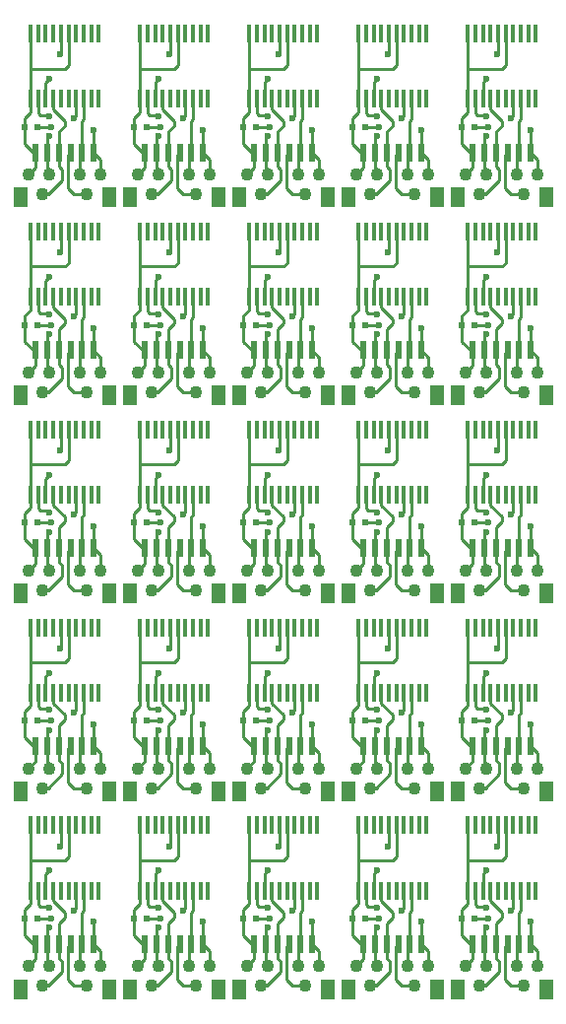
<source format=gbr>
G04 #@! TF.FileFunction,Copper,L1,Top,Signal*
%FSLAX46Y46*%
G04 Gerber Fmt 4.6, Leading zero omitted, Abs format (unit mm)*
G04 Created by KiCad (PCBNEW 4.0.2+dfsg1-stable) date Mi 03 Jan 2018 18:02:16 CET*
%MOMM*%
G01*
G04 APERTURE LIST*
%ADD10C,0.100000*%
%ADD11R,0.300000X1.600000*%
%ADD12R,0.600000X0.500000*%
%ADD13R,0.600000X1.550000*%
%ADD14R,1.200000X1.800000*%
%ADD15C,1.100000*%
%ADD16C,0.600000*%
%ADD17C,0.250000*%
G04 APERTURE END LIST*
D10*
D11*
X140125000Y-118300000D03*
X139475000Y-118300000D03*
X140775000Y-118300000D03*
X141425000Y-118300000D03*
X142075000Y-118300000D03*
X142725000Y-118300000D03*
X143375000Y-118300000D03*
X144025000Y-118300000D03*
X145325000Y-123900000D03*
X144675000Y-123900000D03*
X144025000Y-123900000D03*
X143375000Y-123900000D03*
X139475000Y-123900000D03*
X140125000Y-123900000D03*
X140775000Y-123900000D03*
X141425000Y-123900000D03*
X142075000Y-123900000D03*
X142725000Y-123900000D03*
X144675000Y-118300000D03*
X145325000Y-118300000D03*
X130725000Y-118300000D03*
X130075000Y-118300000D03*
X131375000Y-118300000D03*
X132025000Y-118300000D03*
X132675000Y-118300000D03*
X133325000Y-118300000D03*
X133975000Y-118300000D03*
X134625000Y-118300000D03*
X135925000Y-123900000D03*
X135275000Y-123900000D03*
X134625000Y-123900000D03*
X133975000Y-123900000D03*
X130075000Y-123900000D03*
X130725000Y-123900000D03*
X131375000Y-123900000D03*
X132025000Y-123900000D03*
X132675000Y-123900000D03*
X133325000Y-123900000D03*
X135275000Y-118300000D03*
X135925000Y-118300000D03*
X121325000Y-118300000D03*
X120675000Y-118300000D03*
X121975000Y-118300000D03*
X122625000Y-118300000D03*
X123275000Y-118300000D03*
X123925000Y-118300000D03*
X124575000Y-118300000D03*
X125225000Y-118300000D03*
X126525000Y-123900000D03*
X125875000Y-123900000D03*
X125225000Y-123900000D03*
X124575000Y-123900000D03*
X120675000Y-123900000D03*
X121325000Y-123900000D03*
X121975000Y-123900000D03*
X122625000Y-123900000D03*
X123275000Y-123900000D03*
X123925000Y-123900000D03*
X125875000Y-118300000D03*
X126525000Y-118300000D03*
X111925000Y-118300000D03*
X111275000Y-118300000D03*
X112575000Y-118300000D03*
X113225000Y-118300000D03*
X113875000Y-118300000D03*
X114525000Y-118300000D03*
X115175000Y-118300000D03*
X115825000Y-118300000D03*
X117125000Y-123900000D03*
X116475000Y-123900000D03*
X115825000Y-123900000D03*
X115175000Y-123900000D03*
X111275000Y-123900000D03*
X111925000Y-123900000D03*
X112575000Y-123900000D03*
X113225000Y-123900000D03*
X113875000Y-123900000D03*
X114525000Y-123900000D03*
X116475000Y-118300000D03*
X117125000Y-118300000D03*
X102525000Y-118300000D03*
X101875000Y-118300000D03*
X103175000Y-118300000D03*
X103825000Y-118300000D03*
X104475000Y-118300000D03*
X105125000Y-118300000D03*
X105775000Y-118300000D03*
X106425000Y-118300000D03*
X107725000Y-123900000D03*
X107075000Y-123900000D03*
X106425000Y-123900000D03*
X105775000Y-123900000D03*
X101875000Y-123900000D03*
X102525000Y-123900000D03*
X103175000Y-123900000D03*
X103825000Y-123900000D03*
X104475000Y-123900000D03*
X105125000Y-123900000D03*
X107075000Y-118300000D03*
X107725000Y-118300000D03*
X140125000Y-101300000D03*
X139475000Y-101300000D03*
X140775000Y-101300000D03*
X141425000Y-101300000D03*
X142075000Y-101300000D03*
X142725000Y-101300000D03*
X143375000Y-101300000D03*
X144025000Y-101300000D03*
X145325000Y-106900000D03*
X144675000Y-106900000D03*
X144025000Y-106900000D03*
X143375000Y-106900000D03*
X139475000Y-106900000D03*
X140125000Y-106900000D03*
X140775000Y-106900000D03*
X141425000Y-106900000D03*
X142075000Y-106900000D03*
X142725000Y-106900000D03*
X144675000Y-101300000D03*
X145325000Y-101300000D03*
X130725000Y-101300000D03*
X130075000Y-101300000D03*
X131375000Y-101300000D03*
X132025000Y-101300000D03*
X132675000Y-101300000D03*
X133325000Y-101300000D03*
X133975000Y-101300000D03*
X134625000Y-101300000D03*
X135925000Y-106900000D03*
X135275000Y-106900000D03*
X134625000Y-106900000D03*
X133975000Y-106900000D03*
X130075000Y-106900000D03*
X130725000Y-106900000D03*
X131375000Y-106900000D03*
X132025000Y-106900000D03*
X132675000Y-106900000D03*
X133325000Y-106900000D03*
X135275000Y-101300000D03*
X135925000Y-101300000D03*
X121325000Y-101300000D03*
X120675000Y-101300000D03*
X121975000Y-101300000D03*
X122625000Y-101300000D03*
X123275000Y-101300000D03*
X123925000Y-101300000D03*
X124575000Y-101300000D03*
X125225000Y-101300000D03*
X126525000Y-106900000D03*
X125875000Y-106900000D03*
X125225000Y-106900000D03*
X124575000Y-106900000D03*
X120675000Y-106900000D03*
X121325000Y-106900000D03*
X121975000Y-106900000D03*
X122625000Y-106900000D03*
X123275000Y-106900000D03*
X123925000Y-106900000D03*
X125875000Y-101300000D03*
X126525000Y-101300000D03*
X111925000Y-101300000D03*
X111275000Y-101300000D03*
X112575000Y-101300000D03*
X113225000Y-101300000D03*
X113875000Y-101300000D03*
X114525000Y-101300000D03*
X115175000Y-101300000D03*
X115825000Y-101300000D03*
X117125000Y-106900000D03*
X116475000Y-106900000D03*
X115825000Y-106900000D03*
X115175000Y-106900000D03*
X111275000Y-106900000D03*
X111925000Y-106900000D03*
X112575000Y-106900000D03*
X113225000Y-106900000D03*
X113875000Y-106900000D03*
X114525000Y-106900000D03*
X116475000Y-101300000D03*
X117125000Y-101300000D03*
X102525000Y-101300000D03*
X101875000Y-101300000D03*
X103175000Y-101300000D03*
X103825000Y-101300000D03*
X104475000Y-101300000D03*
X105125000Y-101300000D03*
X105775000Y-101300000D03*
X106425000Y-101300000D03*
X107725000Y-106900000D03*
X107075000Y-106900000D03*
X106425000Y-106900000D03*
X105775000Y-106900000D03*
X101875000Y-106900000D03*
X102525000Y-106900000D03*
X103175000Y-106900000D03*
X103825000Y-106900000D03*
X104475000Y-106900000D03*
X105125000Y-106900000D03*
X107075000Y-101300000D03*
X107725000Y-101300000D03*
X140125000Y-84300000D03*
X139475000Y-84300000D03*
X140775000Y-84300000D03*
X141425000Y-84300000D03*
X142075000Y-84300000D03*
X142725000Y-84300000D03*
X143375000Y-84300000D03*
X144025000Y-84300000D03*
X145325000Y-89900000D03*
X144675000Y-89900000D03*
X144025000Y-89900000D03*
X143375000Y-89900000D03*
X139475000Y-89900000D03*
X140125000Y-89900000D03*
X140775000Y-89900000D03*
X141425000Y-89900000D03*
X142075000Y-89900000D03*
X142725000Y-89900000D03*
X144675000Y-84300000D03*
X145325000Y-84300000D03*
X130725000Y-84300000D03*
X130075000Y-84300000D03*
X131375000Y-84300000D03*
X132025000Y-84300000D03*
X132675000Y-84300000D03*
X133325000Y-84300000D03*
X133975000Y-84300000D03*
X134625000Y-84300000D03*
X135925000Y-89900000D03*
X135275000Y-89900000D03*
X134625000Y-89900000D03*
X133975000Y-89900000D03*
X130075000Y-89900000D03*
X130725000Y-89900000D03*
X131375000Y-89900000D03*
X132025000Y-89900000D03*
X132675000Y-89900000D03*
X133325000Y-89900000D03*
X135275000Y-84300000D03*
X135925000Y-84300000D03*
X121325000Y-84300000D03*
X120675000Y-84300000D03*
X121975000Y-84300000D03*
X122625000Y-84300000D03*
X123275000Y-84300000D03*
X123925000Y-84300000D03*
X124575000Y-84300000D03*
X125225000Y-84300000D03*
X126525000Y-89900000D03*
X125875000Y-89900000D03*
X125225000Y-89900000D03*
X124575000Y-89900000D03*
X120675000Y-89900000D03*
X121325000Y-89900000D03*
X121975000Y-89900000D03*
X122625000Y-89900000D03*
X123275000Y-89900000D03*
X123925000Y-89900000D03*
X125875000Y-84300000D03*
X126525000Y-84300000D03*
X111925000Y-84300000D03*
X111275000Y-84300000D03*
X112575000Y-84300000D03*
X113225000Y-84300000D03*
X113875000Y-84300000D03*
X114525000Y-84300000D03*
X115175000Y-84300000D03*
X115825000Y-84300000D03*
X117125000Y-89900000D03*
X116475000Y-89900000D03*
X115825000Y-89900000D03*
X115175000Y-89900000D03*
X111275000Y-89900000D03*
X111925000Y-89900000D03*
X112575000Y-89900000D03*
X113225000Y-89900000D03*
X113875000Y-89900000D03*
X114525000Y-89900000D03*
X116475000Y-84300000D03*
X117125000Y-84300000D03*
X102525000Y-84300000D03*
X101875000Y-84300000D03*
X103175000Y-84300000D03*
X103825000Y-84300000D03*
X104475000Y-84300000D03*
X105125000Y-84300000D03*
X105775000Y-84300000D03*
X106425000Y-84300000D03*
X107725000Y-89900000D03*
X107075000Y-89900000D03*
X106425000Y-89900000D03*
X105775000Y-89900000D03*
X101875000Y-89900000D03*
X102525000Y-89900000D03*
X103175000Y-89900000D03*
X103825000Y-89900000D03*
X104475000Y-89900000D03*
X105125000Y-89900000D03*
X107075000Y-84300000D03*
X107725000Y-84300000D03*
X140125000Y-67300000D03*
X139475000Y-67300000D03*
X140775000Y-67300000D03*
X141425000Y-67300000D03*
X142075000Y-67300000D03*
X142725000Y-67300000D03*
X143375000Y-67300000D03*
X144025000Y-67300000D03*
X145325000Y-72900000D03*
X144675000Y-72900000D03*
X144025000Y-72900000D03*
X143375000Y-72900000D03*
X139475000Y-72900000D03*
X140125000Y-72900000D03*
X140775000Y-72900000D03*
X141425000Y-72900000D03*
X142075000Y-72900000D03*
X142725000Y-72900000D03*
X144675000Y-67300000D03*
X145325000Y-67300000D03*
X130725000Y-67300000D03*
X130075000Y-67300000D03*
X131375000Y-67300000D03*
X132025000Y-67300000D03*
X132675000Y-67300000D03*
X133325000Y-67300000D03*
X133975000Y-67300000D03*
X134625000Y-67300000D03*
X135925000Y-72900000D03*
X135275000Y-72900000D03*
X134625000Y-72900000D03*
X133975000Y-72900000D03*
X130075000Y-72900000D03*
X130725000Y-72900000D03*
X131375000Y-72900000D03*
X132025000Y-72900000D03*
X132675000Y-72900000D03*
X133325000Y-72900000D03*
X135275000Y-67300000D03*
X135925000Y-67300000D03*
X121325000Y-67300000D03*
X120675000Y-67300000D03*
X121975000Y-67300000D03*
X122625000Y-67300000D03*
X123275000Y-67300000D03*
X123925000Y-67300000D03*
X124575000Y-67300000D03*
X125225000Y-67300000D03*
X126525000Y-72900000D03*
X125875000Y-72900000D03*
X125225000Y-72900000D03*
X124575000Y-72900000D03*
X120675000Y-72900000D03*
X121325000Y-72900000D03*
X121975000Y-72900000D03*
X122625000Y-72900000D03*
X123275000Y-72900000D03*
X123925000Y-72900000D03*
X125875000Y-67300000D03*
X126525000Y-67300000D03*
X111925000Y-67300000D03*
X111275000Y-67300000D03*
X112575000Y-67300000D03*
X113225000Y-67300000D03*
X113875000Y-67300000D03*
X114525000Y-67300000D03*
X115175000Y-67300000D03*
X115825000Y-67300000D03*
X117125000Y-72900000D03*
X116475000Y-72900000D03*
X115825000Y-72900000D03*
X115175000Y-72900000D03*
X111275000Y-72900000D03*
X111925000Y-72900000D03*
X112575000Y-72900000D03*
X113225000Y-72900000D03*
X113875000Y-72900000D03*
X114525000Y-72900000D03*
X116475000Y-67300000D03*
X117125000Y-67300000D03*
X102525000Y-67300000D03*
X101875000Y-67300000D03*
X103175000Y-67300000D03*
X103825000Y-67300000D03*
X104475000Y-67300000D03*
X105125000Y-67300000D03*
X105775000Y-67300000D03*
X106425000Y-67300000D03*
X107725000Y-72900000D03*
X107075000Y-72900000D03*
X106425000Y-72900000D03*
X105775000Y-72900000D03*
X101875000Y-72900000D03*
X102525000Y-72900000D03*
X103175000Y-72900000D03*
X103825000Y-72900000D03*
X104475000Y-72900000D03*
X105125000Y-72900000D03*
X107075000Y-67300000D03*
X107725000Y-67300000D03*
X140125000Y-50300000D03*
X139475000Y-50300000D03*
X140775000Y-50300000D03*
X141425000Y-50300000D03*
X142075000Y-50300000D03*
X142725000Y-50300000D03*
X143375000Y-50300000D03*
X144025000Y-50300000D03*
X145325000Y-55900000D03*
X144675000Y-55900000D03*
X144025000Y-55900000D03*
X143375000Y-55900000D03*
X139475000Y-55900000D03*
X140125000Y-55900000D03*
X140775000Y-55900000D03*
X141425000Y-55900000D03*
X142075000Y-55900000D03*
X142725000Y-55900000D03*
X144675000Y-50300000D03*
X145325000Y-50300000D03*
X130725000Y-50300000D03*
X130075000Y-50300000D03*
X131375000Y-50300000D03*
X132025000Y-50300000D03*
X132675000Y-50300000D03*
X133325000Y-50300000D03*
X133975000Y-50300000D03*
X134625000Y-50300000D03*
X135925000Y-55900000D03*
X135275000Y-55900000D03*
X134625000Y-55900000D03*
X133975000Y-55900000D03*
X130075000Y-55900000D03*
X130725000Y-55900000D03*
X131375000Y-55900000D03*
X132025000Y-55900000D03*
X132675000Y-55900000D03*
X133325000Y-55900000D03*
X135275000Y-50300000D03*
X135925000Y-50300000D03*
X121325000Y-50300000D03*
X120675000Y-50300000D03*
X121975000Y-50300000D03*
X122625000Y-50300000D03*
X123275000Y-50300000D03*
X123925000Y-50300000D03*
X124575000Y-50300000D03*
X125225000Y-50300000D03*
X126525000Y-55900000D03*
X125875000Y-55900000D03*
X125225000Y-55900000D03*
X124575000Y-55900000D03*
X120675000Y-55900000D03*
X121325000Y-55900000D03*
X121975000Y-55900000D03*
X122625000Y-55900000D03*
X123275000Y-55900000D03*
X123925000Y-55900000D03*
X125875000Y-50300000D03*
X126525000Y-50300000D03*
X111925000Y-50300000D03*
X111275000Y-50300000D03*
X112575000Y-50300000D03*
X113225000Y-50300000D03*
X113875000Y-50300000D03*
X114525000Y-50300000D03*
X115175000Y-50300000D03*
X115825000Y-50300000D03*
X117125000Y-55900000D03*
X116475000Y-55900000D03*
X115825000Y-55900000D03*
X115175000Y-55900000D03*
X111275000Y-55900000D03*
X111925000Y-55900000D03*
X112575000Y-55900000D03*
X113225000Y-55900000D03*
X113875000Y-55900000D03*
X114525000Y-55900000D03*
X116475000Y-50300000D03*
X117125000Y-50300000D03*
D12*
X138950000Y-126300000D03*
X140050000Y-126300000D03*
X129550000Y-126300000D03*
X130650000Y-126300000D03*
X120150000Y-126300000D03*
X121250000Y-126300000D03*
X110750000Y-126300000D03*
X111850000Y-126300000D03*
X101350000Y-126300000D03*
X102450000Y-126300000D03*
X138950000Y-109300000D03*
X140050000Y-109300000D03*
X129550000Y-109300000D03*
X130650000Y-109300000D03*
X120150000Y-109300000D03*
X121250000Y-109300000D03*
X110750000Y-109300000D03*
X111850000Y-109300000D03*
X101350000Y-109300000D03*
X102450000Y-109300000D03*
X138950000Y-92300000D03*
X140050000Y-92300000D03*
X129550000Y-92300000D03*
X130650000Y-92300000D03*
X120150000Y-92300000D03*
X121250000Y-92300000D03*
X110750000Y-92300000D03*
X111850000Y-92300000D03*
X101350000Y-92300000D03*
X102450000Y-92300000D03*
X138950000Y-75300000D03*
X140050000Y-75300000D03*
X129550000Y-75300000D03*
X130650000Y-75300000D03*
X120150000Y-75300000D03*
X121250000Y-75300000D03*
X110750000Y-75300000D03*
X111850000Y-75300000D03*
X101350000Y-75300000D03*
X102450000Y-75300000D03*
X138950000Y-58300000D03*
X140050000Y-58300000D03*
X129550000Y-58300000D03*
X130650000Y-58300000D03*
X120150000Y-58300000D03*
X121250000Y-58300000D03*
X110750000Y-58300000D03*
X111850000Y-58300000D03*
D13*
X143900000Y-128500000D03*
X144900000Y-128500000D03*
X141900000Y-128500000D03*
X142900000Y-128500000D03*
X140900000Y-128500000D03*
D14*
X138600000Y-132375000D03*
X146200000Y-132375000D03*
D13*
X139900000Y-128500000D03*
D15*
X140500000Y-132100000D03*
X144300000Y-132100000D03*
X143700000Y-130400000D03*
X145500000Y-130400000D03*
X141100000Y-130400000D03*
X139300000Y-130400000D03*
D13*
X134500000Y-128500000D03*
X135500000Y-128500000D03*
X132500000Y-128500000D03*
X133500000Y-128500000D03*
X131500000Y-128500000D03*
D14*
X129200000Y-132375000D03*
X136800000Y-132375000D03*
D13*
X130500000Y-128500000D03*
D15*
X131100000Y-132100000D03*
X134900000Y-132100000D03*
X134300000Y-130400000D03*
X136100000Y-130400000D03*
X131700000Y-130400000D03*
X129900000Y-130400000D03*
D13*
X125100000Y-128500000D03*
X126100000Y-128500000D03*
X123100000Y-128500000D03*
X124100000Y-128500000D03*
X122100000Y-128500000D03*
D14*
X119800000Y-132375000D03*
X127400000Y-132375000D03*
D13*
X121100000Y-128500000D03*
D15*
X121700000Y-132100000D03*
X125500000Y-132100000D03*
X124900000Y-130400000D03*
X126700000Y-130400000D03*
X122300000Y-130400000D03*
X120500000Y-130400000D03*
D13*
X115700000Y-128500000D03*
X116700000Y-128500000D03*
X113700000Y-128500000D03*
X114700000Y-128500000D03*
X112700000Y-128500000D03*
D14*
X110400000Y-132375000D03*
X118000000Y-132375000D03*
D13*
X111700000Y-128500000D03*
D15*
X112300000Y-132100000D03*
X116100000Y-132100000D03*
X115500000Y-130400000D03*
X117300000Y-130400000D03*
X112900000Y-130400000D03*
X111100000Y-130400000D03*
D13*
X106300000Y-128500000D03*
X107300000Y-128500000D03*
X104300000Y-128500000D03*
X105300000Y-128500000D03*
X103300000Y-128500000D03*
D14*
X101000000Y-132375000D03*
X108600000Y-132375000D03*
D13*
X102300000Y-128500000D03*
D15*
X102900000Y-132100000D03*
X106700000Y-132100000D03*
X106100000Y-130400000D03*
X107900000Y-130400000D03*
X103500000Y-130400000D03*
X101700000Y-130400000D03*
D13*
X143900000Y-111500000D03*
X144900000Y-111500000D03*
X141900000Y-111500000D03*
X142900000Y-111500000D03*
X140900000Y-111500000D03*
D14*
X138600000Y-115375000D03*
X146200000Y-115375000D03*
D13*
X139900000Y-111500000D03*
D15*
X140500000Y-115100000D03*
X144300000Y-115100000D03*
X143700000Y-113400000D03*
X145500000Y-113400000D03*
X141100000Y-113400000D03*
X139300000Y-113400000D03*
D13*
X134500000Y-111500000D03*
X135500000Y-111500000D03*
X132500000Y-111500000D03*
X133500000Y-111500000D03*
X131500000Y-111500000D03*
D14*
X129200000Y-115375000D03*
X136800000Y-115375000D03*
D13*
X130500000Y-111500000D03*
D15*
X131100000Y-115100000D03*
X134900000Y-115100000D03*
X134300000Y-113400000D03*
X136100000Y-113400000D03*
X131700000Y-113400000D03*
X129900000Y-113400000D03*
D13*
X125100000Y-111500000D03*
X126100000Y-111500000D03*
X123100000Y-111500000D03*
X124100000Y-111500000D03*
X122100000Y-111500000D03*
D14*
X119800000Y-115375000D03*
X127400000Y-115375000D03*
D13*
X121100000Y-111500000D03*
D15*
X121700000Y-115100000D03*
X125500000Y-115100000D03*
X124900000Y-113400000D03*
X126700000Y-113400000D03*
X122300000Y-113400000D03*
X120500000Y-113400000D03*
D13*
X115700000Y-111500000D03*
X116700000Y-111500000D03*
X113700000Y-111500000D03*
X114700000Y-111500000D03*
X112700000Y-111500000D03*
D14*
X110400000Y-115375000D03*
X118000000Y-115375000D03*
D13*
X111700000Y-111500000D03*
D15*
X112300000Y-115100000D03*
X116100000Y-115100000D03*
X115500000Y-113400000D03*
X117300000Y-113400000D03*
X112900000Y-113400000D03*
X111100000Y-113400000D03*
D13*
X106300000Y-111500000D03*
X107300000Y-111500000D03*
X104300000Y-111500000D03*
X105300000Y-111500000D03*
X103300000Y-111500000D03*
D14*
X101000000Y-115375000D03*
X108600000Y-115375000D03*
D13*
X102300000Y-111500000D03*
D15*
X102900000Y-115100000D03*
X106700000Y-115100000D03*
X106100000Y-113400000D03*
X107900000Y-113400000D03*
X103500000Y-113400000D03*
X101700000Y-113400000D03*
D13*
X143900000Y-94500000D03*
X144900000Y-94500000D03*
X141900000Y-94500000D03*
X142900000Y-94500000D03*
X140900000Y-94500000D03*
D14*
X138600000Y-98375000D03*
X146200000Y-98375000D03*
D13*
X139900000Y-94500000D03*
D15*
X140500000Y-98100000D03*
X144300000Y-98100000D03*
X143700000Y-96400000D03*
X145500000Y-96400000D03*
X141100000Y-96400000D03*
X139300000Y-96400000D03*
D13*
X134500000Y-94500000D03*
X135500000Y-94500000D03*
X132500000Y-94500000D03*
X133500000Y-94500000D03*
X131500000Y-94500000D03*
D14*
X129200000Y-98375000D03*
X136800000Y-98375000D03*
D13*
X130500000Y-94500000D03*
D15*
X131100000Y-98100000D03*
X134900000Y-98100000D03*
X134300000Y-96400000D03*
X136100000Y-96400000D03*
X131700000Y-96400000D03*
X129900000Y-96400000D03*
D13*
X125100000Y-94500000D03*
X126100000Y-94500000D03*
X123100000Y-94500000D03*
X124100000Y-94500000D03*
X122100000Y-94500000D03*
D14*
X119800000Y-98375000D03*
X127400000Y-98375000D03*
D13*
X121100000Y-94500000D03*
D15*
X121700000Y-98100000D03*
X125500000Y-98100000D03*
X124900000Y-96400000D03*
X126700000Y-96400000D03*
X122300000Y-96400000D03*
X120500000Y-96400000D03*
D13*
X115700000Y-94500000D03*
X116700000Y-94500000D03*
X113700000Y-94500000D03*
X114700000Y-94500000D03*
X112700000Y-94500000D03*
D14*
X110400000Y-98375000D03*
X118000000Y-98375000D03*
D13*
X111700000Y-94500000D03*
D15*
X112300000Y-98100000D03*
X116100000Y-98100000D03*
X115500000Y-96400000D03*
X117300000Y-96400000D03*
X112900000Y-96400000D03*
X111100000Y-96400000D03*
D13*
X106300000Y-94500000D03*
X107300000Y-94500000D03*
X104300000Y-94500000D03*
X105300000Y-94500000D03*
X103300000Y-94500000D03*
D14*
X101000000Y-98375000D03*
X108600000Y-98375000D03*
D13*
X102300000Y-94500000D03*
D15*
X102900000Y-98100000D03*
X106700000Y-98100000D03*
X106100000Y-96400000D03*
X107900000Y-96400000D03*
X103500000Y-96400000D03*
X101700000Y-96400000D03*
D13*
X143900000Y-77500000D03*
X144900000Y-77500000D03*
X141900000Y-77500000D03*
X142900000Y-77500000D03*
X140900000Y-77500000D03*
D14*
X138600000Y-81375000D03*
X146200000Y-81375000D03*
D13*
X139900000Y-77500000D03*
D15*
X140500000Y-81100000D03*
X144300000Y-81100000D03*
X143700000Y-79400000D03*
X145500000Y-79400000D03*
X141100000Y-79400000D03*
X139300000Y-79400000D03*
D13*
X134500000Y-77500000D03*
X135500000Y-77500000D03*
X132500000Y-77500000D03*
X133500000Y-77500000D03*
X131500000Y-77500000D03*
D14*
X129200000Y-81375000D03*
X136800000Y-81375000D03*
D13*
X130500000Y-77500000D03*
D15*
X131100000Y-81100000D03*
X134900000Y-81100000D03*
X134300000Y-79400000D03*
X136100000Y-79400000D03*
X131700000Y-79400000D03*
X129900000Y-79400000D03*
D13*
X125100000Y-77500000D03*
X126100000Y-77500000D03*
X123100000Y-77500000D03*
X124100000Y-77500000D03*
X122100000Y-77500000D03*
D14*
X119800000Y-81375000D03*
X127400000Y-81375000D03*
D13*
X121100000Y-77500000D03*
D15*
X121700000Y-81100000D03*
X125500000Y-81100000D03*
X124900000Y-79400000D03*
X126700000Y-79400000D03*
X122300000Y-79400000D03*
X120500000Y-79400000D03*
D13*
X115700000Y-77500000D03*
X116700000Y-77500000D03*
X113700000Y-77500000D03*
X114700000Y-77500000D03*
X112700000Y-77500000D03*
D14*
X110400000Y-81375000D03*
X118000000Y-81375000D03*
D13*
X111700000Y-77500000D03*
D15*
X112300000Y-81100000D03*
X116100000Y-81100000D03*
X115500000Y-79400000D03*
X117300000Y-79400000D03*
X112900000Y-79400000D03*
X111100000Y-79400000D03*
D13*
X106300000Y-77500000D03*
X107300000Y-77500000D03*
X104300000Y-77500000D03*
X105300000Y-77500000D03*
X103300000Y-77500000D03*
D14*
X101000000Y-81375000D03*
X108600000Y-81375000D03*
D13*
X102300000Y-77500000D03*
D15*
X102900000Y-81100000D03*
X106700000Y-81100000D03*
X106100000Y-79400000D03*
X107900000Y-79400000D03*
X103500000Y-79400000D03*
X101700000Y-79400000D03*
D13*
X143900000Y-60500000D03*
X144900000Y-60500000D03*
X141900000Y-60500000D03*
X142900000Y-60500000D03*
X140900000Y-60500000D03*
D14*
X138600000Y-64375000D03*
X146200000Y-64375000D03*
D13*
X139900000Y-60500000D03*
D15*
X140500000Y-64100000D03*
X144300000Y-64100000D03*
X143700000Y-62400000D03*
X145500000Y-62400000D03*
X141100000Y-62400000D03*
X139300000Y-62400000D03*
D13*
X134500000Y-60500000D03*
X135500000Y-60500000D03*
X132500000Y-60500000D03*
X133500000Y-60500000D03*
X131500000Y-60500000D03*
D14*
X129200000Y-64375000D03*
X136800000Y-64375000D03*
D13*
X130500000Y-60500000D03*
D15*
X131100000Y-64100000D03*
X134900000Y-64100000D03*
X134300000Y-62400000D03*
X136100000Y-62400000D03*
X131700000Y-62400000D03*
X129900000Y-62400000D03*
D13*
X125100000Y-60500000D03*
X126100000Y-60500000D03*
X123100000Y-60500000D03*
X124100000Y-60500000D03*
X122100000Y-60500000D03*
D14*
X119800000Y-64375000D03*
X127400000Y-64375000D03*
D13*
X121100000Y-60500000D03*
D15*
X121700000Y-64100000D03*
X125500000Y-64100000D03*
X124900000Y-62400000D03*
X126700000Y-62400000D03*
X122300000Y-62400000D03*
X120500000Y-62400000D03*
D13*
X115700000Y-60500000D03*
X116700000Y-60500000D03*
X113700000Y-60500000D03*
X114700000Y-60500000D03*
X112700000Y-60500000D03*
D14*
X110400000Y-64375000D03*
X118000000Y-64375000D03*
D13*
X111700000Y-60500000D03*
D15*
X112300000Y-64100000D03*
X116100000Y-64100000D03*
X115500000Y-62400000D03*
X117300000Y-62400000D03*
X112900000Y-62400000D03*
X111100000Y-62400000D03*
D11*
X102525000Y-50300000D03*
X101875000Y-50300000D03*
X103175000Y-50300000D03*
X103825000Y-50300000D03*
X104475000Y-50300000D03*
X105125000Y-50300000D03*
X105775000Y-50300000D03*
X106425000Y-50300000D03*
X107725000Y-55900000D03*
X107075000Y-55900000D03*
X106425000Y-55900000D03*
X105775000Y-55900000D03*
X101875000Y-55900000D03*
X102525000Y-55900000D03*
X103175000Y-55900000D03*
X103825000Y-55900000D03*
X104475000Y-55900000D03*
X105125000Y-55900000D03*
X107075000Y-50300000D03*
X107725000Y-50300000D03*
D12*
X101350000Y-58300000D03*
X102450000Y-58300000D03*
D13*
X106300000Y-60500000D03*
X107300000Y-60500000D03*
X104300000Y-60500000D03*
X105300000Y-60500000D03*
X103300000Y-60500000D03*
D14*
X101000000Y-64375000D03*
X108600000Y-64375000D03*
D13*
X102300000Y-60500000D03*
D15*
X102900000Y-64100000D03*
X106700000Y-64100000D03*
X106100000Y-62400000D03*
X107900000Y-62400000D03*
X103500000Y-62400000D03*
X101700000Y-62400000D03*
D16*
X144900000Y-126600000D03*
X135500000Y-126600000D03*
X126100000Y-126600000D03*
X116700000Y-126600000D03*
X107300000Y-126600000D03*
X144900000Y-109600000D03*
X135500000Y-109600000D03*
X126100000Y-109600000D03*
X116700000Y-109600000D03*
X107300000Y-109600000D03*
X144900000Y-92600000D03*
X135500000Y-92600000D03*
X126100000Y-92600000D03*
X116700000Y-92600000D03*
X107300000Y-92600000D03*
X144900000Y-75600000D03*
X135500000Y-75600000D03*
X126100000Y-75600000D03*
X116700000Y-75600000D03*
X107300000Y-75600000D03*
X144900000Y-58600000D03*
X135500000Y-58600000D03*
X126100000Y-58600000D03*
X116700000Y-58600000D03*
X143200000Y-125600000D03*
X133800000Y-125600000D03*
X124400000Y-125600000D03*
X115000000Y-125600000D03*
X105600000Y-125600000D03*
X143200000Y-108600000D03*
X133800000Y-108600000D03*
X124400000Y-108600000D03*
X115000000Y-108600000D03*
X105600000Y-108600000D03*
X143200000Y-91600000D03*
X133800000Y-91600000D03*
X124400000Y-91600000D03*
X115000000Y-91600000D03*
X105600000Y-91600000D03*
X143200000Y-74600000D03*
X133800000Y-74600000D03*
X124400000Y-74600000D03*
X115000000Y-74600000D03*
X105600000Y-74600000D03*
X143200000Y-57600000D03*
X133800000Y-57600000D03*
X124400000Y-57600000D03*
X115000000Y-57600000D03*
X141200000Y-126300000D03*
X131800000Y-126300000D03*
X122400000Y-126300000D03*
X113000000Y-126300000D03*
X103600000Y-126300000D03*
X141200000Y-109300000D03*
X131800000Y-109300000D03*
X122400000Y-109300000D03*
X113000000Y-109300000D03*
X103600000Y-109300000D03*
X141200000Y-92300000D03*
X131800000Y-92300000D03*
X122400000Y-92300000D03*
X113000000Y-92300000D03*
X103600000Y-92300000D03*
X141200000Y-75300000D03*
X131800000Y-75300000D03*
X122400000Y-75300000D03*
X113000000Y-75300000D03*
X103600000Y-75300000D03*
X141200000Y-58300000D03*
X131800000Y-58300000D03*
X122400000Y-58300000D03*
X113000000Y-58300000D03*
X141100000Y-122200000D03*
X131700000Y-122200000D03*
X122300000Y-122200000D03*
X112900000Y-122200000D03*
X103500000Y-122200000D03*
X141100000Y-105200000D03*
X131700000Y-105200000D03*
X122300000Y-105200000D03*
X112900000Y-105200000D03*
X103500000Y-105200000D03*
X141100000Y-88200000D03*
X131700000Y-88200000D03*
X122300000Y-88200000D03*
X112900000Y-88200000D03*
X103500000Y-88200000D03*
X141100000Y-71200000D03*
X131700000Y-71200000D03*
X122300000Y-71200000D03*
X112900000Y-71200000D03*
X103500000Y-71200000D03*
X141100000Y-54200000D03*
X131700000Y-54200000D03*
X122300000Y-54200000D03*
X112900000Y-54200000D03*
X142000000Y-120100000D03*
X132600000Y-120100000D03*
X123200000Y-120100000D03*
X113800000Y-120100000D03*
X104400000Y-120100000D03*
X142000000Y-103100000D03*
X132600000Y-103100000D03*
X123200000Y-103100000D03*
X113800000Y-103100000D03*
X104400000Y-103100000D03*
X142000000Y-86100000D03*
X132600000Y-86100000D03*
X123200000Y-86100000D03*
X113800000Y-86100000D03*
X104400000Y-86100000D03*
X142000000Y-69100000D03*
X132600000Y-69100000D03*
X123200000Y-69100000D03*
X113800000Y-69100000D03*
X104400000Y-69100000D03*
X142000000Y-52100000D03*
X132600000Y-52100000D03*
X123200000Y-52100000D03*
X113800000Y-52100000D03*
X103500000Y-54200000D03*
X105600000Y-57600000D03*
X107300000Y-58600000D03*
X103600000Y-58300000D03*
X104400000Y-52100000D03*
X141100000Y-125400000D03*
X131700000Y-125400000D03*
X122300000Y-125400000D03*
X112900000Y-125400000D03*
X103500000Y-125400000D03*
X141100000Y-108400000D03*
X131700000Y-108400000D03*
X122300000Y-108400000D03*
X112900000Y-108400000D03*
X103500000Y-108400000D03*
X141100000Y-91400000D03*
X131700000Y-91400000D03*
X122300000Y-91400000D03*
X112900000Y-91400000D03*
X103500000Y-91400000D03*
X141100000Y-74400000D03*
X131700000Y-74400000D03*
X122300000Y-74400000D03*
X112900000Y-74400000D03*
X103500000Y-74400000D03*
X141100000Y-57400000D03*
X131700000Y-57400000D03*
X122300000Y-57400000D03*
X112900000Y-57400000D03*
X141100000Y-127100000D03*
X131700000Y-127100000D03*
X122300000Y-127100000D03*
X112900000Y-127100000D03*
X103500000Y-127100000D03*
X141100000Y-110100000D03*
X131700000Y-110100000D03*
X122300000Y-110100000D03*
X112900000Y-110100000D03*
X103500000Y-110100000D03*
X141100000Y-93100000D03*
X131700000Y-93100000D03*
X122300000Y-93100000D03*
X112900000Y-93100000D03*
X103500000Y-93100000D03*
X141100000Y-76100000D03*
X131700000Y-76100000D03*
X122300000Y-76100000D03*
X112900000Y-76100000D03*
X103500000Y-76100000D03*
X141100000Y-59100000D03*
X131700000Y-59100000D03*
X122300000Y-59100000D03*
X112900000Y-59100000D03*
X103500000Y-57400000D03*
X103500000Y-59100000D03*
D17*
X139300000Y-130400000D02*
X139400000Y-130400000D01*
X129900000Y-130400000D02*
X130000000Y-130400000D01*
X120500000Y-130400000D02*
X120600000Y-130400000D01*
X111100000Y-130400000D02*
X111200000Y-130400000D01*
X101700000Y-130400000D02*
X101800000Y-130400000D01*
X139300000Y-113400000D02*
X139400000Y-113400000D01*
X129900000Y-113400000D02*
X130000000Y-113400000D01*
X120500000Y-113400000D02*
X120600000Y-113400000D01*
X111100000Y-113400000D02*
X111200000Y-113400000D01*
X101700000Y-113400000D02*
X101800000Y-113400000D01*
X139300000Y-96400000D02*
X139400000Y-96400000D01*
X129900000Y-96400000D02*
X130000000Y-96400000D01*
X120500000Y-96400000D02*
X120600000Y-96400000D01*
X111100000Y-96400000D02*
X111200000Y-96400000D01*
X101700000Y-96400000D02*
X101800000Y-96400000D01*
X139300000Y-79400000D02*
X139400000Y-79400000D01*
X129900000Y-79400000D02*
X130000000Y-79400000D01*
X120500000Y-79400000D02*
X120600000Y-79400000D01*
X111100000Y-79400000D02*
X111200000Y-79400000D01*
X101700000Y-79400000D02*
X101800000Y-79400000D01*
X139300000Y-62400000D02*
X139400000Y-62400000D01*
X129900000Y-62400000D02*
X130000000Y-62400000D01*
X120500000Y-62400000D02*
X120600000Y-62400000D01*
X111100000Y-62400000D02*
X111200000Y-62400000D01*
X139900000Y-129800000D02*
X139900000Y-128500000D01*
X130500000Y-129800000D02*
X130500000Y-128500000D01*
X121100000Y-129800000D02*
X121100000Y-128500000D01*
X111700000Y-129800000D02*
X111700000Y-128500000D01*
X102300000Y-129800000D02*
X102300000Y-128500000D01*
X139900000Y-112800000D02*
X139900000Y-111500000D01*
X130500000Y-112800000D02*
X130500000Y-111500000D01*
X121100000Y-112800000D02*
X121100000Y-111500000D01*
X111700000Y-112800000D02*
X111700000Y-111500000D01*
X102300000Y-112800000D02*
X102300000Y-111500000D01*
X139900000Y-95800000D02*
X139900000Y-94500000D01*
X130500000Y-95800000D02*
X130500000Y-94500000D01*
X121100000Y-95800000D02*
X121100000Y-94500000D01*
X111700000Y-95800000D02*
X111700000Y-94500000D01*
X102300000Y-95800000D02*
X102300000Y-94500000D01*
X139900000Y-78800000D02*
X139900000Y-77500000D01*
X130500000Y-78800000D02*
X130500000Y-77500000D01*
X121100000Y-78800000D02*
X121100000Y-77500000D01*
X111700000Y-78800000D02*
X111700000Y-77500000D01*
X102300000Y-78800000D02*
X102300000Y-77500000D01*
X139900000Y-61800000D02*
X139900000Y-60500000D01*
X130500000Y-61800000D02*
X130500000Y-60500000D01*
X121100000Y-61800000D02*
X121100000Y-60500000D01*
X111700000Y-61800000D02*
X111700000Y-60500000D01*
X139300000Y-130400000D02*
X139900000Y-129800000D01*
X129900000Y-130400000D02*
X130500000Y-129800000D01*
X120500000Y-130400000D02*
X121100000Y-129800000D01*
X111100000Y-130400000D02*
X111700000Y-129800000D01*
X101700000Y-130400000D02*
X102300000Y-129800000D01*
X139300000Y-113400000D02*
X139900000Y-112800000D01*
X129900000Y-113400000D02*
X130500000Y-112800000D01*
X120500000Y-113400000D02*
X121100000Y-112800000D01*
X111100000Y-113400000D02*
X111700000Y-112800000D01*
X101700000Y-113400000D02*
X102300000Y-112800000D01*
X139300000Y-96400000D02*
X139900000Y-95800000D01*
X129900000Y-96400000D02*
X130500000Y-95800000D01*
X120500000Y-96400000D02*
X121100000Y-95800000D01*
X111100000Y-96400000D02*
X111700000Y-95800000D01*
X101700000Y-96400000D02*
X102300000Y-95800000D01*
X139300000Y-79400000D02*
X139900000Y-78800000D01*
X129900000Y-79400000D02*
X130500000Y-78800000D01*
X120500000Y-79400000D02*
X121100000Y-78800000D01*
X111100000Y-79400000D02*
X111700000Y-78800000D01*
X101700000Y-79400000D02*
X102300000Y-78800000D01*
X139300000Y-62400000D02*
X139900000Y-61800000D01*
X129900000Y-62400000D02*
X130500000Y-61800000D01*
X120500000Y-62400000D02*
X121100000Y-61800000D01*
X111100000Y-62400000D02*
X111700000Y-61800000D01*
X139900000Y-128500000D02*
X139700000Y-128500000D01*
X130500000Y-128500000D02*
X130300000Y-128500000D01*
X121100000Y-128500000D02*
X120900000Y-128500000D01*
X111700000Y-128500000D02*
X111500000Y-128500000D01*
X102300000Y-128500000D02*
X102100000Y-128500000D01*
X139900000Y-111500000D02*
X139700000Y-111500000D01*
X130500000Y-111500000D02*
X130300000Y-111500000D01*
X121100000Y-111500000D02*
X120900000Y-111500000D01*
X111700000Y-111500000D02*
X111500000Y-111500000D01*
X102300000Y-111500000D02*
X102100000Y-111500000D01*
X139900000Y-94500000D02*
X139700000Y-94500000D01*
X130500000Y-94500000D02*
X130300000Y-94500000D01*
X121100000Y-94500000D02*
X120900000Y-94500000D01*
X111700000Y-94500000D02*
X111500000Y-94500000D01*
X102300000Y-94500000D02*
X102100000Y-94500000D01*
X139900000Y-77500000D02*
X139700000Y-77500000D01*
X130500000Y-77500000D02*
X130300000Y-77500000D01*
X121100000Y-77500000D02*
X120900000Y-77500000D01*
X111700000Y-77500000D02*
X111500000Y-77500000D01*
X102300000Y-77500000D02*
X102100000Y-77500000D01*
X139900000Y-60500000D02*
X139700000Y-60500000D01*
X130500000Y-60500000D02*
X130300000Y-60500000D01*
X121100000Y-60500000D02*
X120900000Y-60500000D01*
X111700000Y-60500000D02*
X111500000Y-60500000D01*
X139700000Y-128500000D02*
X138950000Y-127750000D01*
X130300000Y-128500000D02*
X129550000Y-127750000D01*
X120900000Y-128500000D02*
X120150000Y-127750000D01*
X111500000Y-128500000D02*
X110750000Y-127750000D01*
X102100000Y-128500000D02*
X101350000Y-127750000D01*
X139700000Y-111500000D02*
X138950000Y-110750000D01*
X130300000Y-111500000D02*
X129550000Y-110750000D01*
X120900000Y-111500000D02*
X120150000Y-110750000D01*
X111500000Y-111500000D02*
X110750000Y-110750000D01*
X102100000Y-111500000D02*
X101350000Y-110750000D01*
X139700000Y-94500000D02*
X138950000Y-93750000D01*
X130300000Y-94500000D02*
X129550000Y-93750000D01*
X120900000Y-94500000D02*
X120150000Y-93750000D01*
X111500000Y-94500000D02*
X110750000Y-93750000D01*
X102100000Y-94500000D02*
X101350000Y-93750000D01*
X139700000Y-77500000D02*
X138950000Y-76750000D01*
X130300000Y-77500000D02*
X129550000Y-76750000D01*
X120900000Y-77500000D02*
X120150000Y-76750000D01*
X111500000Y-77500000D02*
X110750000Y-76750000D01*
X102100000Y-77500000D02*
X101350000Y-76750000D01*
X139700000Y-60500000D02*
X138950000Y-59750000D01*
X130300000Y-60500000D02*
X129550000Y-59750000D01*
X120900000Y-60500000D02*
X120150000Y-59750000D01*
X111500000Y-60500000D02*
X110750000Y-59750000D01*
X138950000Y-127750000D02*
X138950000Y-126300000D01*
X129550000Y-127750000D02*
X129550000Y-126300000D01*
X120150000Y-127750000D02*
X120150000Y-126300000D01*
X110750000Y-127750000D02*
X110750000Y-126300000D01*
X101350000Y-127750000D02*
X101350000Y-126300000D01*
X138950000Y-110750000D02*
X138950000Y-109300000D01*
X129550000Y-110750000D02*
X129550000Y-109300000D01*
X120150000Y-110750000D02*
X120150000Y-109300000D01*
X110750000Y-110750000D02*
X110750000Y-109300000D01*
X101350000Y-110750000D02*
X101350000Y-109300000D01*
X138950000Y-93750000D02*
X138950000Y-92300000D01*
X129550000Y-93750000D02*
X129550000Y-92300000D01*
X120150000Y-93750000D02*
X120150000Y-92300000D01*
X110750000Y-93750000D02*
X110750000Y-92300000D01*
X101350000Y-93750000D02*
X101350000Y-92300000D01*
X138950000Y-76750000D02*
X138950000Y-75300000D01*
X129550000Y-76750000D02*
X129550000Y-75300000D01*
X120150000Y-76750000D02*
X120150000Y-75300000D01*
X110750000Y-76750000D02*
X110750000Y-75300000D01*
X101350000Y-76750000D02*
X101350000Y-75300000D01*
X138950000Y-59750000D02*
X138950000Y-58300000D01*
X129550000Y-59750000D02*
X129550000Y-58300000D01*
X120150000Y-59750000D02*
X120150000Y-58300000D01*
X110750000Y-59750000D02*
X110750000Y-58300000D01*
X138950000Y-126300000D02*
X138950000Y-125550000D01*
X129550000Y-126300000D02*
X129550000Y-125550000D01*
X120150000Y-126300000D02*
X120150000Y-125550000D01*
X110750000Y-126300000D02*
X110750000Y-125550000D01*
X101350000Y-126300000D02*
X101350000Y-125550000D01*
X138950000Y-109300000D02*
X138950000Y-108550000D01*
X129550000Y-109300000D02*
X129550000Y-108550000D01*
X120150000Y-109300000D02*
X120150000Y-108550000D01*
X110750000Y-109300000D02*
X110750000Y-108550000D01*
X101350000Y-109300000D02*
X101350000Y-108550000D01*
X138950000Y-92300000D02*
X138950000Y-91550000D01*
X129550000Y-92300000D02*
X129550000Y-91550000D01*
X120150000Y-92300000D02*
X120150000Y-91550000D01*
X110750000Y-92300000D02*
X110750000Y-91550000D01*
X101350000Y-92300000D02*
X101350000Y-91550000D01*
X138950000Y-75300000D02*
X138950000Y-74550000D01*
X129550000Y-75300000D02*
X129550000Y-74550000D01*
X120150000Y-75300000D02*
X120150000Y-74550000D01*
X110750000Y-75300000D02*
X110750000Y-74550000D01*
X101350000Y-75300000D02*
X101350000Y-74550000D01*
X138950000Y-58300000D02*
X138950000Y-57550000D01*
X129550000Y-58300000D02*
X129550000Y-57550000D01*
X120150000Y-58300000D02*
X120150000Y-57550000D01*
X110750000Y-58300000D02*
X110750000Y-57550000D01*
X142725000Y-120975000D02*
X142400000Y-121300000D01*
X133325000Y-120975000D02*
X133000000Y-121300000D01*
X123925000Y-120975000D02*
X123600000Y-121300000D01*
X114525000Y-120975000D02*
X114200000Y-121300000D01*
X105125000Y-120975000D02*
X104800000Y-121300000D01*
X142725000Y-103975000D02*
X142400000Y-104300000D01*
X133325000Y-103975000D02*
X133000000Y-104300000D01*
X123925000Y-103975000D02*
X123600000Y-104300000D01*
X114525000Y-103975000D02*
X114200000Y-104300000D01*
X105125000Y-103975000D02*
X104800000Y-104300000D01*
X142725000Y-86975000D02*
X142400000Y-87300000D01*
X133325000Y-86975000D02*
X133000000Y-87300000D01*
X123925000Y-86975000D02*
X123600000Y-87300000D01*
X114525000Y-86975000D02*
X114200000Y-87300000D01*
X105125000Y-86975000D02*
X104800000Y-87300000D01*
X142725000Y-69975000D02*
X142400000Y-70300000D01*
X133325000Y-69975000D02*
X133000000Y-70300000D01*
X123925000Y-69975000D02*
X123600000Y-70300000D01*
X114525000Y-69975000D02*
X114200000Y-70300000D01*
X105125000Y-69975000D02*
X104800000Y-70300000D01*
X142725000Y-52975000D02*
X142400000Y-53300000D01*
X133325000Y-52975000D02*
X133000000Y-53300000D01*
X123925000Y-52975000D02*
X123600000Y-53300000D01*
X114525000Y-52975000D02*
X114200000Y-53300000D01*
X142725000Y-118300000D02*
X142725000Y-120975000D01*
X133325000Y-118300000D02*
X133325000Y-120975000D01*
X123925000Y-118300000D02*
X123925000Y-120975000D01*
X114525000Y-118300000D02*
X114525000Y-120975000D01*
X105125000Y-118300000D02*
X105125000Y-120975000D01*
X142725000Y-101300000D02*
X142725000Y-103975000D01*
X133325000Y-101300000D02*
X133325000Y-103975000D01*
X123925000Y-101300000D02*
X123925000Y-103975000D01*
X114525000Y-101300000D02*
X114525000Y-103975000D01*
X105125000Y-101300000D02*
X105125000Y-103975000D01*
X142725000Y-84300000D02*
X142725000Y-86975000D01*
X133325000Y-84300000D02*
X133325000Y-86975000D01*
X123925000Y-84300000D02*
X123925000Y-86975000D01*
X114525000Y-84300000D02*
X114525000Y-86975000D01*
X105125000Y-84300000D02*
X105125000Y-86975000D01*
X142725000Y-67300000D02*
X142725000Y-69975000D01*
X133325000Y-67300000D02*
X133325000Y-69975000D01*
X123925000Y-67300000D02*
X123925000Y-69975000D01*
X114525000Y-67300000D02*
X114525000Y-69975000D01*
X105125000Y-67300000D02*
X105125000Y-69975000D01*
X142725000Y-50300000D02*
X142725000Y-52975000D01*
X133325000Y-50300000D02*
X133325000Y-52975000D01*
X123925000Y-50300000D02*
X123925000Y-52975000D01*
X114525000Y-50300000D02*
X114525000Y-52975000D01*
X139475000Y-121300000D02*
X139475000Y-118300000D01*
X130075000Y-121300000D02*
X130075000Y-118300000D01*
X120675000Y-121300000D02*
X120675000Y-118300000D01*
X111275000Y-121300000D02*
X111275000Y-118300000D01*
X101875000Y-121300000D02*
X101875000Y-118300000D01*
X139475000Y-104300000D02*
X139475000Y-101300000D01*
X130075000Y-104300000D02*
X130075000Y-101300000D01*
X120675000Y-104300000D02*
X120675000Y-101300000D01*
X111275000Y-104300000D02*
X111275000Y-101300000D01*
X101875000Y-104300000D02*
X101875000Y-101300000D01*
X139475000Y-87300000D02*
X139475000Y-84300000D01*
X130075000Y-87300000D02*
X130075000Y-84300000D01*
X120675000Y-87300000D02*
X120675000Y-84300000D01*
X111275000Y-87300000D02*
X111275000Y-84300000D01*
X101875000Y-87300000D02*
X101875000Y-84300000D01*
X139475000Y-70300000D02*
X139475000Y-67300000D01*
X130075000Y-70300000D02*
X130075000Y-67300000D01*
X120675000Y-70300000D02*
X120675000Y-67300000D01*
X111275000Y-70300000D02*
X111275000Y-67300000D01*
X101875000Y-70300000D02*
X101875000Y-67300000D01*
X139475000Y-53300000D02*
X139475000Y-50300000D01*
X130075000Y-53300000D02*
X130075000Y-50300000D01*
X120675000Y-53300000D02*
X120675000Y-50300000D01*
X111275000Y-53300000D02*
X111275000Y-50300000D01*
X142400000Y-121300000D02*
X139475000Y-121300000D01*
X133000000Y-121300000D02*
X130075000Y-121300000D01*
X123600000Y-121300000D02*
X120675000Y-121300000D01*
X114200000Y-121300000D02*
X111275000Y-121300000D01*
X104800000Y-121300000D02*
X101875000Y-121300000D01*
X142400000Y-104300000D02*
X139475000Y-104300000D01*
X133000000Y-104300000D02*
X130075000Y-104300000D01*
X123600000Y-104300000D02*
X120675000Y-104300000D01*
X114200000Y-104300000D02*
X111275000Y-104300000D01*
X104800000Y-104300000D02*
X101875000Y-104300000D01*
X142400000Y-87300000D02*
X139475000Y-87300000D01*
X133000000Y-87300000D02*
X130075000Y-87300000D01*
X123600000Y-87300000D02*
X120675000Y-87300000D01*
X114200000Y-87300000D02*
X111275000Y-87300000D01*
X104800000Y-87300000D02*
X101875000Y-87300000D01*
X142400000Y-70300000D02*
X139475000Y-70300000D01*
X133000000Y-70300000D02*
X130075000Y-70300000D01*
X123600000Y-70300000D02*
X120675000Y-70300000D01*
X114200000Y-70300000D02*
X111275000Y-70300000D01*
X104800000Y-70300000D02*
X101875000Y-70300000D01*
X142400000Y-53300000D02*
X139475000Y-53300000D01*
X133000000Y-53300000D02*
X130075000Y-53300000D01*
X123600000Y-53300000D02*
X120675000Y-53300000D01*
X114200000Y-53300000D02*
X111275000Y-53300000D01*
X139475000Y-123900000D02*
X139475000Y-121300000D01*
X130075000Y-123900000D02*
X130075000Y-121300000D01*
X120675000Y-123900000D02*
X120675000Y-121300000D01*
X111275000Y-123900000D02*
X111275000Y-121300000D01*
X101875000Y-123900000D02*
X101875000Y-121300000D01*
X139475000Y-106900000D02*
X139475000Y-104300000D01*
X130075000Y-106900000D02*
X130075000Y-104300000D01*
X120675000Y-106900000D02*
X120675000Y-104300000D01*
X111275000Y-106900000D02*
X111275000Y-104300000D01*
X101875000Y-106900000D02*
X101875000Y-104300000D01*
X139475000Y-89900000D02*
X139475000Y-87300000D01*
X130075000Y-89900000D02*
X130075000Y-87300000D01*
X120675000Y-89900000D02*
X120675000Y-87300000D01*
X111275000Y-89900000D02*
X111275000Y-87300000D01*
X101875000Y-89900000D02*
X101875000Y-87300000D01*
X139475000Y-72900000D02*
X139475000Y-70300000D01*
X130075000Y-72900000D02*
X130075000Y-70300000D01*
X120675000Y-72900000D02*
X120675000Y-70300000D01*
X111275000Y-72900000D02*
X111275000Y-70300000D01*
X101875000Y-72900000D02*
X101875000Y-70300000D01*
X139475000Y-55900000D02*
X139475000Y-53300000D01*
X130075000Y-55900000D02*
X130075000Y-53300000D01*
X120675000Y-55900000D02*
X120675000Y-53300000D01*
X111275000Y-55900000D02*
X111275000Y-53300000D01*
X139475000Y-125025000D02*
X139475000Y-123900000D01*
X130075000Y-125025000D02*
X130075000Y-123900000D01*
X120675000Y-125025000D02*
X120675000Y-123900000D01*
X111275000Y-125025000D02*
X111275000Y-123900000D01*
X101875000Y-125025000D02*
X101875000Y-123900000D01*
X139475000Y-108025000D02*
X139475000Y-106900000D01*
X130075000Y-108025000D02*
X130075000Y-106900000D01*
X120675000Y-108025000D02*
X120675000Y-106900000D01*
X111275000Y-108025000D02*
X111275000Y-106900000D01*
X101875000Y-108025000D02*
X101875000Y-106900000D01*
X139475000Y-91025000D02*
X139475000Y-89900000D01*
X130075000Y-91025000D02*
X130075000Y-89900000D01*
X120675000Y-91025000D02*
X120675000Y-89900000D01*
X111275000Y-91025000D02*
X111275000Y-89900000D01*
X101875000Y-91025000D02*
X101875000Y-89900000D01*
X139475000Y-74025000D02*
X139475000Y-72900000D01*
X130075000Y-74025000D02*
X130075000Y-72900000D01*
X120675000Y-74025000D02*
X120675000Y-72900000D01*
X111275000Y-74025000D02*
X111275000Y-72900000D01*
X101875000Y-74025000D02*
X101875000Y-72900000D01*
X139475000Y-57025000D02*
X139475000Y-55900000D01*
X130075000Y-57025000D02*
X130075000Y-55900000D01*
X120675000Y-57025000D02*
X120675000Y-55900000D01*
X111275000Y-57025000D02*
X111275000Y-55900000D01*
X138950000Y-125550000D02*
X139475000Y-125025000D01*
X129550000Y-125550000D02*
X130075000Y-125025000D01*
X120150000Y-125550000D02*
X120675000Y-125025000D01*
X110750000Y-125550000D02*
X111275000Y-125025000D01*
X101350000Y-125550000D02*
X101875000Y-125025000D01*
X138950000Y-108550000D02*
X139475000Y-108025000D01*
X129550000Y-108550000D02*
X130075000Y-108025000D01*
X120150000Y-108550000D02*
X120675000Y-108025000D01*
X110750000Y-108550000D02*
X111275000Y-108025000D01*
X101350000Y-108550000D02*
X101875000Y-108025000D01*
X138950000Y-91550000D02*
X139475000Y-91025000D01*
X129550000Y-91550000D02*
X130075000Y-91025000D01*
X120150000Y-91550000D02*
X120675000Y-91025000D01*
X110750000Y-91550000D02*
X111275000Y-91025000D01*
X101350000Y-91550000D02*
X101875000Y-91025000D01*
X138950000Y-74550000D02*
X139475000Y-74025000D01*
X129550000Y-74550000D02*
X130075000Y-74025000D01*
X120150000Y-74550000D02*
X120675000Y-74025000D01*
X110750000Y-74550000D02*
X111275000Y-74025000D01*
X101350000Y-74550000D02*
X101875000Y-74025000D01*
X138950000Y-57550000D02*
X139475000Y-57025000D01*
X129550000Y-57550000D02*
X130075000Y-57025000D01*
X120150000Y-57550000D02*
X120675000Y-57025000D01*
X110750000Y-57550000D02*
X111275000Y-57025000D01*
X101700000Y-62400000D02*
X102300000Y-61800000D01*
X102300000Y-61800000D02*
X102300000Y-60500000D01*
X105125000Y-50300000D02*
X105125000Y-52975000D01*
X104800000Y-53300000D02*
X101875000Y-53300000D01*
X105125000Y-52975000D02*
X104800000Y-53300000D01*
X101875000Y-55900000D02*
X101875000Y-53300000D01*
X101875000Y-53300000D02*
X101875000Y-50300000D01*
X101350000Y-58300000D02*
X101350000Y-57550000D01*
X101875000Y-57025000D02*
X101875000Y-55900000D01*
X101350000Y-57550000D02*
X101875000Y-57025000D01*
X102300000Y-60500000D02*
X102100000Y-60500000D01*
X102100000Y-60500000D02*
X101350000Y-59750000D01*
X101350000Y-59750000D02*
X101350000Y-58300000D01*
X101700000Y-62400000D02*
X101800000Y-62400000D01*
X144900000Y-128500000D02*
X144900000Y-126600000D01*
X135500000Y-128500000D02*
X135500000Y-126600000D01*
X126100000Y-128500000D02*
X126100000Y-126600000D01*
X116700000Y-128500000D02*
X116700000Y-126600000D01*
X107300000Y-128500000D02*
X107300000Y-126600000D01*
X144900000Y-111500000D02*
X144900000Y-109600000D01*
X135500000Y-111500000D02*
X135500000Y-109600000D01*
X126100000Y-111500000D02*
X126100000Y-109600000D01*
X116700000Y-111500000D02*
X116700000Y-109600000D01*
X107300000Y-111500000D02*
X107300000Y-109600000D01*
X144900000Y-94500000D02*
X144900000Y-92600000D01*
X135500000Y-94500000D02*
X135500000Y-92600000D01*
X126100000Y-94500000D02*
X126100000Y-92600000D01*
X116700000Y-94500000D02*
X116700000Y-92600000D01*
X107300000Y-94500000D02*
X107300000Y-92600000D01*
X144900000Y-77500000D02*
X144900000Y-75600000D01*
X135500000Y-77500000D02*
X135500000Y-75600000D01*
X126100000Y-77500000D02*
X126100000Y-75600000D01*
X116700000Y-77500000D02*
X116700000Y-75600000D01*
X107300000Y-77500000D02*
X107300000Y-75600000D01*
X144900000Y-60500000D02*
X144900000Y-58600000D01*
X135500000Y-60500000D02*
X135500000Y-58600000D01*
X126100000Y-60500000D02*
X126100000Y-58600000D01*
X116700000Y-60500000D02*
X116700000Y-58600000D01*
X145500000Y-130400000D02*
X145500000Y-129100000D01*
X136100000Y-130400000D02*
X136100000Y-129100000D01*
X126700000Y-130400000D02*
X126700000Y-129100000D01*
X117300000Y-130400000D02*
X117300000Y-129100000D01*
X107900000Y-130400000D02*
X107900000Y-129100000D01*
X145500000Y-113400000D02*
X145500000Y-112100000D01*
X136100000Y-113400000D02*
X136100000Y-112100000D01*
X126700000Y-113400000D02*
X126700000Y-112100000D01*
X117300000Y-113400000D02*
X117300000Y-112100000D01*
X107900000Y-113400000D02*
X107900000Y-112100000D01*
X145500000Y-96400000D02*
X145500000Y-95100000D01*
X136100000Y-96400000D02*
X136100000Y-95100000D01*
X126700000Y-96400000D02*
X126700000Y-95100000D01*
X117300000Y-96400000D02*
X117300000Y-95100000D01*
X107900000Y-96400000D02*
X107900000Y-95100000D01*
X145500000Y-79400000D02*
X145500000Y-78100000D01*
X136100000Y-79400000D02*
X136100000Y-78100000D01*
X126700000Y-79400000D02*
X126700000Y-78100000D01*
X117300000Y-79400000D02*
X117300000Y-78100000D01*
X107900000Y-79400000D02*
X107900000Y-78100000D01*
X145500000Y-62400000D02*
X145500000Y-61100000D01*
X136100000Y-62400000D02*
X136100000Y-61100000D01*
X126700000Y-62400000D02*
X126700000Y-61100000D01*
X117300000Y-62400000D02*
X117300000Y-61100000D01*
X145500000Y-129100000D02*
X144900000Y-128500000D01*
X136100000Y-129100000D02*
X135500000Y-128500000D01*
X126700000Y-129100000D02*
X126100000Y-128500000D01*
X117300000Y-129100000D02*
X116700000Y-128500000D01*
X107900000Y-129100000D02*
X107300000Y-128500000D01*
X145500000Y-112100000D02*
X144900000Y-111500000D01*
X136100000Y-112100000D02*
X135500000Y-111500000D01*
X126700000Y-112100000D02*
X126100000Y-111500000D01*
X117300000Y-112100000D02*
X116700000Y-111500000D01*
X107900000Y-112100000D02*
X107300000Y-111500000D01*
X145500000Y-95100000D02*
X144900000Y-94500000D01*
X136100000Y-95100000D02*
X135500000Y-94500000D01*
X126700000Y-95100000D02*
X126100000Y-94500000D01*
X117300000Y-95100000D02*
X116700000Y-94500000D01*
X107900000Y-95100000D02*
X107300000Y-94500000D01*
X145500000Y-78100000D02*
X144900000Y-77500000D01*
X136100000Y-78100000D02*
X135500000Y-77500000D01*
X126700000Y-78100000D02*
X126100000Y-77500000D01*
X117300000Y-78100000D02*
X116700000Y-77500000D01*
X107900000Y-78100000D02*
X107300000Y-77500000D01*
X145500000Y-61100000D02*
X144900000Y-60500000D01*
X136100000Y-61100000D02*
X135500000Y-60500000D01*
X126700000Y-61100000D02*
X126100000Y-60500000D01*
X117300000Y-61100000D02*
X116700000Y-60500000D01*
X143375000Y-125425000D02*
X143200000Y-125600000D01*
X133975000Y-125425000D02*
X133800000Y-125600000D01*
X124575000Y-125425000D02*
X124400000Y-125600000D01*
X115175000Y-125425000D02*
X115000000Y-125600000D01*
X105775000Y-125425000D02*
X105600000Y-125600000D01*
X143375000Y-108425000D02*
X143200000Y-108600000D01*
X133975000Y-108425000D02*
X133800000Y-108600000D01*
X124575000Y-108425000D02*
X124400000Y-108600000D01*
X115175000Y-108425000D02*
X115000000Y-108600000D01*
X105775000Y-108425000D02*
X105600000Y-108600000D01*
X143375000Y-91425000D02*
X143200000Y-91600000D01*
X133975000Y-91425000D02*
X133800000Y-91600000D01*
X124575000Y-91425000D02*
X124400000Y-91600000D01*
X115175000Y-91425000D02*
X115000000Y-91600000D01*
X105775000Y-91425000D02*
X105600000Y-91600000D01*
X143375000Y-74425000D02*
X143200000Y-74600000D01*
X133975000Y-74425000D02*
X133800000Y-74600000D01*
X124575000Y-74425000D02*
X124400000Y-74600000D01*
X115175000Y-74425000D02*
X115000000Y-74600000D01*
X105775000Y-74425000D02*
X105600000Y-74600000D01*
X143375000Y-57425000D02*
X143200000Y-57600000D01*
X133975000Y-57425000D02*
X133800000Y-57600000D01*
X124575000Y-57425000D02*
X124400000Y-57600000D01*
X115175000Y-57425000D02*
X115000000Y-57600000D01*
X143375000Y-123900000D02*
X143375000Y-125425000D01*
X133975000Y-123900000D02*
X133975000Y-125425000D01*
X124575000Y-123900000D02*
X124575000Y-125425000D01*
X115175000Y-123900000D02*
X115175000Y-125425000D01*
X105775000Y-123900000D02*
X105775000Y-125425000D01*
X143375000Y-106900000D02*
X143375000Y-108425000D01*
X133975000Y-106900000D02*
X133975000Y-108425000D01*
X124575000Y-106900000D02*
X124575000Y-108425000D01*
X115175000Y-106900000D02*
X115175000Y-108425000D01*
X105775000Y-106900000D02*
X105775000Y-108425000D01*
X143375000Y-89900000D02*
X143375000Y-91425000D01*
X133975000Y-89900000D02*
X133975000Y-91425000D01*
X124575000Y-89900000D02*
X124575000Y-91425000D01*
X115175000Y-89900000D02*
X115175000Y-91425000D01*
X105775000Y-89900000D02*
X105775000Y-91425000D01*
X143375000Y-72900000D02*
X143375000Y-74425000D01*
X133975000Y-72900000D02*
X133975000Y-74425000D01*
X124575000Y-72900000D02*
X124575000Y-74425000D01*
X115175000Y-72900000D02*
X115175000Y-74425000D01*
X105775000Y-72900000D02*
X105775000Y-74425000D01*
X143375000Y-55900000D02*
X143375000Y-57425000D01*
X133975000Y-55900000D02*
X133975000Y-57425000D01*
X124575000Y-55900000D02*
X124575000Y-57425000D01*
X115175000Y-55900000D02*
X115175000Y-57425000D01*
X142075000Y-120025000D02*
X142075000Y-118300000D01*
X132675000Y-120025000D02*
X132675000Y-118300000D01*
X123275000Y-120025000D02*
X123275000Y-118300000D01*
X113875000Y-120025000D02*
X113875000Y-118300000D01*
X104475000Y-120025000D02*
X104475000Y-118300000D01*
X142075000Y-103025000D02*
X142075000Y-101300000D01*
X132675000Y-103025000D02*
X132675000Y-101300000D01*
X123275000Y-103025000D02*
X123275000Y-101300000D01*
X113875000Y-103025000D02*
X113875000Y-101300000D01*
X104475000Y-103025000D02*
X104475000Y-101300000D01*
X142075000Y-86025000D02*
X142075000Y-84300000D01*
X132675000Y-86025000D02*
X132675000Y-84300000D01*
X123275000Y-86025000D02*
X123275000Y-84300000D01*
X113875000Y-86025000D02*
X113875000Y-84300000D01*
X104475000Y-86025000D02*
X104475000Y-84300000D01*
X142075000Y-69025000D02*
X142075000Y-67300000D01*
X132675000Y-69025000D02*
X132675000Y-67300000D01*
X123275000Y-69025000D02*
X123275000Y-67300000D01*
X113875000Y-69025000D02*
X113875000Y-67300000D01*
X104475000Y-69025000D02*
X104475000Y-67300000D01*
X142075000Y-52025000D02*
X142075000Y-50300000D01*
X132675000Y-52025000D02*
X132675000Y-50300000D01*
X123275000Y-52025000D02*
X123275000Y-50300000D01*
X113875000Y-52025000D02*
X113875000Y-50300000D01*
X142000000Y-120100000D02*
X142075000Y-120025000D01*
X132600000Y-120100000D02*
X132675000Y-120025000D01*
X123200000Y-120100000D02*
X123275000Y-120025000D01*
X113800000Y-120100000D02*
X113875000Y-120025000D01*
X104400000Y-120100000D02*
X104475000Y-120025000D01*
X142000000Y-103100000D02*
X142075000Y-103025000D01*
X132600000Y-103100000D02*
X132675000Y-103025000D01*
X123200000Y-103100000D02*
X123275000Y-103025000D01*
X113800000Y-103100000D02*
X113875000Y-103025000D01*
X104400000Y-103100000D02*
X104475000Y-103025000D01*
X142000000Y-86100000D02*
X142075000Y-86025000D01*
X132600000Y-86100000D02*
X132675000Y-86025000D01*
X123200000Y-86100000D02*
X123275000Y-86025000D01*
X113800000Y-86100000D02*
X113875000Y-86025000D01*
X104400000Y-86100000D02*
X104475000Y-86025000D01*
X142000000Y-69100000D02*
X142075000Y-69025000D01*
X132600000Y-69100000D02*
X132675000Y-69025000D01*
X123200000Y-69100000D02*
X123275000Y-69025000D01*
X113800000Y-69100000D02*
X113875000Y-69025000D01*
X104400000Y-69100000D02*
X104475000Y-69025000D01*
X142000000Y-52100000D02*
X142075000Y-52025000D01*
X132600000Y-52100000D02*
X132675000Y-52025000D01*
X123200000Y-52100000D02*
X123275000Y-52025000D01*
X113800000Y-52100000D02*
X113875000Y-52025000D01*
X140775000Y-123900000D02*
X140775000Y-122525000D01*
X131375000Y-123900000D02*
X131375000Y-122525000D01*
X121975000Y-123900000D02*
X121975000Y-122525000D01*
X112575000Y-123900000D02*
X112575000Y-122525000D01*
X103175000Y-123900000D02*
X103175000Y-122525000D01*
X140775000Y-106900000D02*
X140775000Y-105525000D01*
X131375000Y-106900000D02*
X131375000Y-105525000D01*
X121975000Y-106900000D02*
X121975000Y-105525000D01*
X112575000Y-106900000D02*
X112575000Y-105525000D01*
X103175000Y-106900000D02*
X103175000Y-105525000D01*
X140775000Y-89900000D02*
X140775000Y-88525000D01*
X131375000Y-89900000D02*
X131375000Y-88525000D01*
X121975000Y-89900000D02*
X121975000Y-88525000D01*
X112575000Y-89900000D02*
X112575000Y-88525000D01*
X103175000Y-89900000D02*
X103175000Y-88525000D01*
X140775000Y-72900000D02*
X140775000Y-71525000D01*
X131375000Y-72900000D02*
X131375000Y-71525000D01*
X121975000Y-72900000D02*
X121975000Y-71525000D01*
X112575000Y-72900000D02*
X112575000Y-71525000D01*
X103175000Y-72900000D02*
X103175000Y-71525000D01*
X140775000Y-55900000D02*
X140775000Y-54525000D01*
X131375000Y-55900000D02*
X131375000Y-54525000D01*
X121975000Y-55900000D02*
X121975000Y-54525000D01*
X112575000Y-55900000D02*
X112575000Y-54525000D01*
X140775000Y-122525000D02*
X141100000Y-122200000D01*
X131375000Y-122525000D02*
X131700000Y-122200000D01*
X121975000Y-122525000D02*
X122300000Y-122200000D01*
X112575000Y-122525000D02*
X112900000Y-122200000D01*
X103175000Y-122525000D02*
X103500000Y-122200000D01*
X140775000Y-105525000D02*
X141100000Y-105200000D01*
X131375000Y-105525000D02*
X131700000Y-105200000D01*
X121975000Y-105525000D02*
X122300000Y-105200000D01*
X112575000Y-105525000D02*
X112900000Y-105200000D01*
X103175000Y-105525000D02*
X103500000Y-105200000D01*
X140775000Y-88525000D02*
X141100000Y-88200000D01*
X131375000Y-88525000D02*
X131700000Y-88200000D01*
X121975000Y-88525000D02*
X122300000Y-88200000D01*
X112575000Y-88525000D02*
X112900000Y-88200000D01*
X103175000Y-88525000D02*
X103500000Y-88200000D01*
X140775000Y-71525000D02*
X141100000Y-71200000D01*
X131375000Y-71525000D02*
X131700000Y-71200000D01*
X121975000Y-71525000D02*
X122300000Y-71200000D01*
X112575000Y-71525000D02*
X112900000Y-71200000D01*
X103175000Y-71525000D02*
X103500000Y-71200000D01*
X140775000Y-54525000D02*
X141100000Y-54200000D01*
X131375000Y-54525000D02*
X131700000Y-54200000D01*
X121975000Y-54525000D02*
X122300000Y-54200000D01*
X112575000Y-54525000D02*
X112900000Y-54200000D01*
X140050000Y-126300000D02*
X141200000Y-126300000D01*
X130650000Y-126300000D02*
X131800000Y-126300000D01*
X121250000Y-126300000D02*
X122400000Y-126300000D01*
X111850000Y-126300000D02*
X113000000Y-126300000D01*
X102450000Y-126300000D02*
X103600000Y-126300000D01*
X140050000Y-109300000D02*
X141200000Y-109300000D01*
X130650000Y-109300000D02*
X131800000Y-109300000D01*
X121250000Y-109300000D02*
X122400000Y-109300000D01*
X111850000Y-109300000D02*
X113000000Y-109300000D01*
X102450000Y-109300000D02*
X103600000Y-109300000D01*
X140050000Y-92300000D02*
X141200000Y-92300000D01*
X130650000Y-92300000D02*
X131800000Y-92300000D01*
X121250000Y-92300000D02*
X122400000Y-92300000D01*
X111850000Y-92300000D02*
X113000000Y-92300000D01*
X102450000Y-92300000D02*
X103600000Y-92300000D01*
X140050000Y-75300000D02*
X141200000Y-75300000D01*
X130650000Y-75300000D02*
X131800000Y-75300000D01*
X121250000Y-75300000D02*
X122400000Y-75300000D01*
X111850000Y-75300000D02*
X113000000Y-75300000D01*
X102450000Y-75300000D02*
X103600000Y-75300000D01*
X140050000Y-58300000D02*
X141200000Y-58300000D01*
X130650000Y-58300000D02*
X131800000Y-58300000D01*
X121250000Y-58300000D02*
X122400000Y-58300000D01*
X111850000Y-58300000D02*
X113000000Y-58300000D01*
X103175000Y-55900000D02*
X103175000Y-54525000D01*
X103175000Y-54525000D02*
X103500000Y-54200000D01*
X105775000Y-55900000D02*
X105775000Y-57425000D01*
X105775000Y-57425000D02*
X105600000Y-57600000D01*
X107300000Y-60500000D02*
X107300000Y-58600000D01*
X102450000Y-58300000D02*
X103600000Y-58300000D01*
X104475000Y-52025000D02*
X104475000Y-50300000D01*
X104400000Y-52100000D02*
X104475000Y-52025000D01*
X107900000Y-62400000D02*
X107900000Y-61100000D01*
X107900000Y-61100000D02*
X107300000Y-60500000D01*
X143700000Y-130400000D02*
X143700000Y-128700000D01*
X134300000Y-130400000D02*
X134300000Y-128700000D01*
X124900000Y-130400000D02*
X124900000Y-128700000D01*
X115500000Y-130400000D02*
X115500000Y-128700000D01*
X106100000Y-130400000D02*
X106100000Y-128700000D01*
X143700000Y-113400000D02*
X143700000Y-111700000D01*
X134300000Y-113400000D02*
X134300000Y-111700000D01*
X124900000Y-113400000D02*
X124900000Y-111700000D01*
X115500000Y-113400000D02*
X115500000Y-111700000D01*
X106100000Y-113400000D02*
X106100000Y-111700000D01*
X143700000Y-96400000D02*
X143700000Y-94700000D01*
X134300000Y-96400000D02*
X134300000Y-94700000D01*
X124900000Y-96400000D02*
X124900000Y-94700000D01*
X115500000Y-96400000D02*
X115500000Y-94700000D01*
X106100000Y-96400000D02*
X106100000Y-94700000D01*
X143700000Y-79400000D02*
X143700000Y-77700000D01*
X134300000Y-79400000D02*
X134300000Y-77700000D01*
X124900000Y-79400000D02*
X124900000Y-77700000D01*
X115500000Y-79400000D02*
X115500000Y-77700000D01*
X106100000Y-79400000D02*
X106100000Y-77700000D01*
X143700000Y-62400000D02*
X143700000Y-60700000D01*
X134300000Y-62400000D02*
X134300000Y-60700000D01*
X124900000Y-62400000D02*
X124900000Y-60700000D01*
X115500000Y-62400000D02*
X115500000Y-60700000D01*
X143900000Y-128500000D02*
X143900000Y-125800000D01*
X134500000Y-128500000D02*
X134500000Y-125800000D01*
X125100000Y-128500000D02*
X125100000Y-125800000D01*
X115700000Y-128500000D02*
X115700000Y-125800000D01*
X106300000Y-128500000D02*
X106300000Y-125800000D01*
X143900000Y-111500000D02*
X143900000Y-108800000D01*
X134500000Y-111500000D02*
X134500000Y-108800000D01*
X125100000Y-111500000D02*
X125100000Y-108800000D01*
X115700000Y-111500000D02*
X115700000Y-108800000D01*
X106300000Y-111500000D02*
X106300000Y-108800000D01*
X143900000Y-94500000D02*
X143900000Y-91800000D01*
X134500000Y-94500000D02*
X134500000Y-91800000D01*
X125100000Y-94500000D02*
X125100000Y-91800000D01*
X115700000Y-94500000D02*
X115700000Y-91800000D01*
X106300000Y-94500000D02*
X106300000Y-91800000D01*
X143900000Y-77500000D02*
X143900000Y-74800000D01*
X134500000Y-77500000D02*
X134500000Y-74800000D01*
X125100000Y-77500000D02*
X125100000Y-74800000D01*
X115700000Y-77500000D02*
X115700000Y-74800000D01*
X106300000Y-77500000D02*
X106300000Y-74800000D01*
X143900000Y-60500000D02*
X143900000Y-57800000D01*
X134500000Y-60500000D02*
X134500000Y-57800000D01*
X125100000Y-60500000D02*
X125100000Y-57800000D01*
X115700000Y-60500000D02*
X115700000Y-57800000D01*
X143700000Y-128700000D02*
X143900000Y-128500000D01*
X134300000Y-128700000D02*
X134500000Y-128500000D01*
X124900000Y-128700000D02*
X125100000Y-128500000D01*
X115500000Y-128700000D02*
X115700000Y-128500000D01*
X106100000Y-128700000D02*
X106300000Y-128500000D01*
X143700000Y-111700000D02*
X143900000Y-111500000D01*
X134300000Y-111700000D02*
X134500000Y-111500000D01*
X124900000Y-111700000D02*
X125100000Y-111500000D01*
X115500000Y-111700000D02*
X115700000Y-111500000D01*
X106100000Y-111700000D02*
X106300000Y-111500000D01*
X143700000Y-94700000D02*
X143900000Y-94500000D01*
X134300000Y-94700000D02*
X134500000Y-94500000D01*
X124900000Y-94700000D02*
X125100000Y-94500000D01*
X115500000Y-94700000D02*
X115700000Y-94500000D01*
X106100000Y-94700000D02*
X106300000Y-94500000D01*
X143700000Y-77700000D02*
X143900000Y-77500000D01*
X134300000Y-77700000D02*
X134500000Y-77500000D01*
X124900000Y-77700000D02*
X125100000Y-77500000D01*
X115500000Y-77700000D02*
X115700000Y-77500000D01*
X106100000Y-77700000D02*
X106300000Y-77500000D01*
X143700000Y-60700000D02*
X143900000Y-60500000D01*
X134300000Y-60700000D02*
X134500000Y-60500000D01*
X124900000Y-60700000D02*
X125100000Y-60500000D01*
X115500000Y-60700000D02*
X115700000Y-60500000D01*
X143900000Y-125800000D02*
X144025000Y-125675000D01*
X134500000Y-125800000D02*
X134625000Y-125675000D01*
X125100000Y-125800000D02*
X125225000Y-125675000D01*
X115700000Y-125800000D02*
X115825000Y-125675000D01*
X106300000Y-125800000D02*
X106425000Y-125675000D01*
X143900000Y-108800000D02*
X144025000Y-108675000D01*
X134500000Y-108800000D02*
X134625000Y-108675000D01*
X125100000Y-108800000D02*
X125225000Y-108675000D01*
X115700000Y-108800000D02*
X115825000Y-108675000D01*
X106300000Y-108800000D02*
X106425000Y-108675000D01*
X143900000Y-91800000D02*
X144025000Y-91675000D01*
X134500000Y-91800000D02*
X134625000Y-91675000D01*
X125100000Y-91800000D02*
X125225000Y-91675000D01*
X115700000Y-91800000D02*
X115825000Y-91675000D01*
X106300000Y-91800000D02*
X106425000Y-91675000D01*
X143900000Y-74800000D02*
X144025000Y-74675000D01*
X134500000Y-74800000D02*
X134625000Y-74675000D01*
X125100000Y-74800000D02*
X125225000Y-74675000D01*
X115700000Y-74800000D02*
X115825000Y-74675000D01*
X106300000Y-74800000D02*
X106425000Y-74675000D01*
X143900000Y-57800000D02*
X144025000Y-57675000D01*
X134500000Y-57800000D02*
X134625000Y-57675000D01*
X125100000Y-57800000D02*
X125225000Y-57675000D01*
X115700000Y-57800000D02*
X115825000Y-57675000D01*
X144025000Y-125675000D02*
X144025000Y-123900000D01*
X134625000Y-125675000D02*
X134625000Y-123900000D01*
X125225000Y-125675000D02*
X125225000Y-123900000D01*
X115825000Y-125675000D02*
X115825000Y-123900000D01*
X106425000Y-125675000D02*
X106425000Y-123900000D01*
X144025000Y-108675000D02*
X144025000Y-106900000D01*
X134625000Y-108675000D02*
X134625000Y-106900000D01*
X125225000Y-108675000D02*
X125225000Y-106900000D01*
X115825000Y-108675000D02*
X115825000Y-106900000D01*
X106425000Y-108675000D02*
X106425000Y-106900000D01*
X144025000Y-91675000D02*
X144025000Y-89900000D01*
X134625000Y-91675000D02*
X134625000Y-89900000D01*
X125225000Y-91675000D02*
X125225000Y-89900000D01*
X115825000Y-91675000D02*
X115825000Y-89900000D01*
X106425000Y-91675000D02*
X106425000Y-89900000D01*
X144025000Y-74675000D02*
X144025000Y-72900000D01*
X134625000Y-74675000D02*
X134625000Y-72900000D01*
X125225000Y-74675000D02*
X125225000Y-72900000D01*
X115825000Y-74675000D02*
X115825000Y-72900000D01*
X106425000Y-74675000D02*
X106425000Y-72900000D01*
X144025000Y-57675000D02*
X144025000Y-55900000D01*
X134625000Y-57675000D02*
X134625000Y-55900000D01*
X125225000Y-57675000D02*
X125225000Y-55900000D01*
X115825000Y-57675000D02*
X115825000Y-55900000D01*
X106300000Y-60500000D02*
X106300000Y-57800000D01*
X106425000Y-57675000D02*
X106425000Y-55900000D01*
X106300000Y-57800000D02*
X106425000Y-57675000D01*
X106100000Y-62400000D02*
X106100000Y-60700000D01*
X106100000Y-60700000D02*
X106300000Y-60500000D01*
X140900000Y-129800000D02*
X140900000Y-128500000D01*
X131500000Y-129800000D02*
X131500000Y-128500000D01*
X122100000Y-129800000D02*
X122100000Y-128500000D01*
X112700000Y-129800000D02*
X112700000Y-128500000D01*
X103300000Y-129800000D02*
X103300000Y-128500000D01*
X140900000Y-112800000D02*
X140900000Y-111500000D01*
X131500000Y-112800000D02*
X131500000Y-111500000D01*
X122100000Y-112800000D02*
X122100000Y-111500000D01*
X112700000Y-112800000D02*
X112700000Y-111500000D01*
X103300000Y-112800000D02*
X103300000Y-111500000D01*
X140900000Y-95800000D02*
X140900000Y-94500000D01*
X131500000Y-95800000D02*
X131500000Y-94500000D01*
X122100000Y-95800000D02*
X122100000Y-94500000D01*
X112700000Y-95800000D02*
X112700000Y-94500000D01*
X103300000Y-95800000D02*
X103300000Y-94500000D01*
X140900000Y-78800000D02*
X140900000Y-77500000D01*
X131500000Y-78800000D02*
X131500000Y-77500000D01*
X122100000Y-78800000D02*
X122100000Y-77500000D01*
X112700000Y-78800000D02*
X112700000Y-77500000D01*
X103300000Y-78800000D02*
X103300000Y-77500000D01*
X140900000Y-61800000D02*
X140900000Y-60500000D01*
X131500000Y-61800000D02*
X131500000Y-60500000D01*
X122100000Y-61800000D02*
X122100000Y-60500000D01*
X112700000Y-61800000D02*
X112700000Y-60500000D01*
X141100000Y-130400000D02*
X141100000Y-130000000D01*
X131700000Y-130400000D02*
X131700000Y-130000000D01*
X122300000Y-130400000D02*
X122300000Y-130000000D01*
X112900000Y-130400000D02*
X112900000Y-130000000D01*
X103500000Y-130400000D02*
X103500000Y-130000000D01*
X141100000Y-113400000D02*
X141100000Y-113000000D01*
X131700000Y-113400000D02*
X131700000Y-113000000D01*
X122300000Y-113400000D02*
X122300000Y-113000000D01*
X112900000Y-113400000D02*
X112900000Y-113000000D01*
X103500000Y-113400000D02*
X103500000Y-113000000D01*
X141100000Y-96400000D02*
X141100000Y-96000000D01*
X131700000Y-96400000D02*
X131700000Y-96000000D01*
X122300000Y-96400000D02*
X122300000Y-96000000D01*
X112900000Y-96400000D02*
X112900000Y-96000000D01*
X103500000Y-96400000D02*
X103500000Y-96000000D01*
X141100000Y-79400000D02*
X141100000Y-79000000D01*
X131700000Y-79400000D02*
X131700000Y-79000000D01*
X122300000Y-79400000D02*
X122300000Y-79000000D01*
X112900000Y-79400000D02*
X112900000Y-79000000D01*
X103500000Y-79400000D02*
X103500000Y-79000000D01*
X141100000Y-62400000D02*
X141100000Y-62000000D01*
X131700000Y-62400000D02*
X131700000Y-62000000D01*
X122300000Y-62400000D02*
X122300000Y-62000000D01*
X112900000Y-62400000D02*
X112900000Y-62000000D01*
X141100000Y-130000000D02*
X140900000Y-129800000D01*
X131700000Y-130000000D02*
X131500000Y-129800000D01*
X122300000Y-130000000D02*
X122100000Y-129800000D01*
X112900000Y-130000000D02*
X112700000Y-129800000D01*
X103500000Y-130000000D02*
X103300000Y-129800000D01*
X141100000Y-113000000D02*
X140900000Y-112800000D01*
X131700000Y-113000000D02*
X131500000Y-112800000D01*
X122300000Y-113000000D02*
X122100000Y-112800000D01*
X112900000Y-113000000D02*
X112700000Y-112800000D01*
X103500000Y-113000000D02*
X103300000Y-112800000D01*
X141100000Y-96000000D02*
X140900000Y-95800000D01*
X131700000Y-96000000D02*
X131500000Y-95800000D01*
X122300000Y-96000000D02*
X122100000Y-95800000D01*
X112900000Y-96000000D02*
X112700000Y-95800000D01*
X103500000Y-96000000D02*
X103300000Y-95800000D01*
X141100000Y-79000000D02*
X140900000Y-78800000D01*
X131700000Y-79000000D02*
X131500000Y-78800000D01*
X122300000Y-79000000D02*
X122100000Y-78800000D01*
X112900000Y-79000000D02*
X112700000Y-78800000D01*
X103500000Y-79000000D02*
X103300000Y-78800000D01*
X141100000Y-62000000D02*
X140900000Y-61800000D01*
X131700000Y-62000000D02*
X131500000Y-61800000D01*
X122300000Y-62000000D02*
X122100000Y-61800000D01*
X112900000Y-62000000D02*
X112700000Y-61800000D01*
X140900000Y-127300000D02*
X141100000Y-127100000D01*
X131500000Y-127300000D02*
X131700000Y-127100000D01*
X122100000Y-127300000D02*
X122300000Y-127100000D01*
X112700000Y-127300000D02*
X112900000Y-127100000D01*
X103300000Y-127300000D02*
X103500000Y-127100000D01*
X140900000Y-110300000D02*
X141100000Y-110100000D01*
X131500000Y-110300000D02*
X131700000Y-110100000D01*
X122100000Y-110300000D02*
X122300000Y-110100000D01*
X112700000Y-110300000D02*
X112900000Y-110100000D01*
X103300000Y-110300000D02*
X103500000Y-110100000D01*
X140900000Y-93300000D02*
X141100000Y-93100000D01*
X131500000Y-93300000D02*
X131700000Y-93100000D01*
X122100000Y-93300000D02*
X122300000Y-93100000D01*
X112700000Y-93300000D02*
X112900000Y-93100000D01*
X103300000Y-93300000D02*
X103500000Y-93100000D01*
X140900000Y-76300000D02*
X141100000Y-76100000D01*
X131500000Y-76300000D02*
X131700000Y-76100000D01*
X122100000Y-76300000D02*
X122300000Y-76100000D01*
X112700000Y-76300000D02*
X112900000Y-76100000D01*
X103300000Y-76300000D02*
X103500000Y-76100000D01*
X140900000Y-59300000D02*
X141100000Y-59100000D01*
X131500000Y-59300000D02*
X131700000Y-59100000D01*
X122100000Y-59300000D02*
X122300000Y-59100000D01*
X112700000Y-59300000D02*
X112900000Y-59100000D01*
X140900000Y-128500000D02*
X140900000Y-127300000D01*
X131500000Y-128500000D02*
X131500000Y-127300000D01*
X122100000Y-128500000D02*
X122100000Y-127300000D01*
X112700000Y-128500000D02*
X112700000Y-127300000D01*
X103300000Y-128500000D02*
X103300000Y-127300000D01*
X140900000Y-111500000D02*
X140900000Y-110300000D01*
X131500000Y-111500000D02*
X131500000Y-110300000D01*
X122100000Y-111500000D02*
X122100000Y-110300000D01*
X112700000Y-111500000D02*
X112700000Y-110300000D01*
X103300000Y-111500000D02*
X103300000Y-110300000D01*
X140900000Y-94500000D02*
X140900000Y-93300000D01*
X131500000Y-94500000D02*
X131500000Y-93300000D01*
X122100000Y-94500000D02*
X122100000Y-93300000D01*
X112700000Y-94500000D02*
X112700000Y-93300000D01*
X103300000Y-94500000D02*
X103300000Y-93300000D01*
X140900000Y-77500000D02*
X140900000Y-76300000D01*
X131500000Y-77500000D02*
X131500000Y-76300000D01*
X122100000Y-77500000D02*
X122100000Y-76300000D01*
X112700000Y-77500000D02*
X112700000Y-76300000D01*
X103300000Y-77500000D02*
X103300000Y-76300000D01*
X140900000Y-60500000D02*
X140900000Y-59300000D01*
X131500000Y-60500000D02*
X131500000Y-59300000D01*
X122100000Y-60500000D02*
X122100000Y-59300000D01*
X112700000Y-60500000D02*
X112700000Y-59300000D01*
X140125000Y-125125000D02*
X140125000Y-123900000D01*
X130725000Y-125125000D02*
X130725000Y-123900000D01*
X121325000Y-125125000D02*
X121325000Y-123900000D01*
X111925000Y-125125000D02*
X111925000Y-123900000D01*
X102525000Y-125125000D02*
X102525000Y-123900000D01*
X140125000Y-108125000D02*
X140125000Y-106900000D01*
X130725000Y-108125000D02*
X130725000Y-106900000D01*
X121325000Y-108125000D02*
X121325000Y-106900000D01*
X111925000Y-108125000D02*
X111925000Y-106900000D01*
X102525000Y-108125000D02*
X102525000Y-106900000D01*
X140125000Y-91125000D02*
X140125000Y-89900000D01*
X130725000Y-91125000D02*
X130725000Y-89900000D01*
X121325000Y-91125000D02*
X121325000Y-89900000D01*
X111925000Y-91125000D02*
X111925000Y-89900000D01*
X102525000Y-91125000D02*
X102525000Y-89900000D01*
X140125000Y-74125000D02*
X140125000Y-72900000D01*
X130725000Y-74125000D02*
X130725000Y-72900000D01*
X121325000Y-74125000D02*
X121325000Y-72900000D01*
X111925000Y-74125000D02*
X111925000Y-72900000D01*
X102525000Y-74125000D02*
X102525000Y-72900000D01*
X140125000Y-57125000D02*
X140125000Y-55900000D01*
X130725000Y-57125000D02*
X130725000Y-55900000D01*
X121325000Y-57125000D02*
X121325000Y-55900000D01*
X111925000Y-57125000D02*
X111925000Y-55900000D01*
X141100000Y-125400000D02*
X141000000Y-125300000D01*
X131700000Y-125400000D02*
X131600000Y-125300000D01*
X122300000Y-125400000D02*
X122200000Y-125300000D01*
X112900000Y-125400000D02*
X112800000Y-125300000D01*
X103500000Y-125400000D02*
X103400000Y-125300000D01*
X141100000Y-108400000D02*
X141000000Y-108300000D01*
X131700000Y-108400000D02*
X131600000Y-108300000D01*
X122300000Y-108400000D02*
X122200000Y-108300000D01*
X112900000Y-108400000D02*
X112800000Y-108300000D01*
X103500000Y-108400000D02*
X103400000Y-108300000D01*
X141100000Y-91400000D02*
X141000000Y-91300000D01*
X131700000Y-91400000D02*
X131600000Y-91300000D01*
X122300000Y-91400000D02*
X122200000Y-91300000D01*
X112900000Y-91400000D02*
X112800000Y-91300000D01*
X103500000Y-91400000D02*
X103400000Y-91300000D01*
X141100000Y-74400000D02*
X141000000Y-74300000D01*
X131700000Y-74400000D02*
X131600000Y-74300000D01*
X122300000Y-74400000D02*
X122200000Y-74300000D01*
X112900000Y-74400000D02*
X112800000Y-74300000D01*
X103500000Y-74400000D02*
X103400000Y-74300000D01*
X141100000Y-57400000D02*
X141000000Y-57300000D01*
X131700000Y-57400000D02*
X131600000Y-57300000D01*
X122300000Y-57400000D02*
X122200000Y-57300000D01*
X112900000Y-57400000D02*
X112800000Y-57300000D01*
X140300000Y-125300000D02*
X140125000Y-125125000D01*
X130900000Y-125300000D02*
X130725000Y-125125000D01*
X121500000Y-125300000D02*
X121325000Y-125125000D01*
X112100000Y-125300000D02*
X111925000Y-125125000D01*
X102700000Y-125300000D02*
X102525000Y-125125000D01*
X140300000Y-108300000D02*
X140125000Y-108125000D01*
X130900000Y-108300000D02*
X130725000Y-108125000D01*
X121500000Y-108300000D02*
X121325000Y-108125000D01*
X112100000Y-108300000D02*
X111925000Y-108125000D01*
X102700000Y-108300000D02*
X102525000Y-108125000D01*
X140300000Y-91300000D02*
X140125000Y-91125000D01*
X130900000Y-91300000D02*
X130725000Y-91125000D01*
X121500000Y-91300000D02*
X121325000Y-91125000D01*
X112100000Y-91300000D02*
X111925000Y-91125000D01*
X102700000Y-91300000D02*
X102525000Y-91125000D01*
X140300000Y-74300000D02*
X140125000Y-74125000D01*
X130900000Y-74300000D02*
X130725000Y-74125000D01*
X121500000Y-74300000D02*
X121325000Y-74125000D01*
X112100000Y-74300000D02*
X111925000Y-74125000D01*
X102700000Y-74300000D02*
X102525000Y-74125000D01*
X140300000Y-57300000D02*
X140125000Y-57125000D01*
X130900000Y-57300000D02*
X130725000Y-57125000D01*
X121500000Y-57300000D02*
X121325000Y-57125000D01*
X112100000Y-57300000D02*
X111925000Y-57125000D01*
X141000000Y-125300000D02*
X140300000Y-125300000D01*
X131600000Y-125300000D02*
X130900000Y-125300000D01*
X122200000Y-125300000D02*
X121500000Y-125300000D01*
X112800000Y-125300000D02*
X112100000Y-125300000D01*
X103400000Y-125300000D02*
X102700000Y-125300000D01*
X141000000Y-108300000D02*
X140300000Y-108300000D01*
X131600000Y-108300000D02*
X130900000Y-108300000D01*
X122200000Y-108300000D02*
X121500000Y-108300000D01*
X112800000Y-108300000D02*
X112100000Y-108300000D01*
X103400000Y-108300000D02*
X102700000Y-108300000D01*
X141000000Y-91300000D02*
X140300000Y-91300000D01*
X131600000Y-91300000D02*
X130900000Y-91300000D01*
X122200000Y-91300000D02*
X121500000Y-91300000D01*
X112800000Y-91300000D02*
X112100000Y-91300000D01*
X103400000Y-91300000D02*
X102700000Y-91300000D01*
X141000000Y-74300000D02*
X140300000Y-74300000D01*
X131600000Y-74300000D02*
X130900000Y-74300000D01*
X122200000Y-74300000D02*
X121500000Y-74300000D01*
X112800000Y-74300000D02*
X112100000Y-74300000D01*
X103400000Y-74300000D02*
X102700000Y-74300000D01*
X141000000Y-57300000D02*
X140300000Y-57300000D01*
X131600000Y-57300000D02*
X130900000Y-57300000D01*
X122200000Y-57300000D02*
X121500000Y-57300000D01*
X112800000Y-57300000D02*
X112100000Y-57300000D01*
X103300000Y-60500000D02*
X103300000Y-59300000D01*
X102525000Y-57125000D02*
X102525000Y-55900000D01*
X102700000Y-57300000D02*
X102525000Y-57125000D01*
X103400000Y-57300000D02*
X102700000Y-57300000D01*
X103500000Y-57400000D02*
X103400000Y-57300000D01*
X103300000Y-59300000D02*
X103500000Y-59100000D01*
X103500000Y-62400000D02*
X103500000Y-62000000D01*
X103500000Y-62000000D02*
X103300000Y-61800000D01*
X103300000Y-61800000D02*
X103300000Y-60500000D01*
X140500000Y-132100000D02*
X141000000Y-132100000D01*
X131100000Y-132100000D02*
X131600000Y-132100000D01*
X121700000Y-132100000D02*
X122200000Y-132100000D01*
X112300000Y-132100000D02*
X112800000Y-132100000D01*
X102900000Y-132100000D02*
X103400000Y-132100000D01*
X140500000Y-115100000D02*
X141000000Y-115100000D01*
X131100000Y-115100000D02*
X131600000Y-115100000D01*
X121700000Y-115100000D02*
X122200000Y-115100000D01*
X112300000Y-115100000D02*
X112800000Y-115100000D01*
X102900000Y-115100000D02*
X103400000Y-115100000D01*
X140500000Y-98100000D02*
X141000000Y-98100000D01*
X131100000Y-98100000D02*
X131600000Y-98100000D01*
X121700000Y-98100000D02*
X122200000Y-98100000D01*
X112300000Y-98100000D02*
X112800000Y-98100000D01*
X102900000Y-98100000D02*
X103400000Y-98100000D01*
X140500000Y-81100000D02*
X141000000Y-81100000D01*
X131100000Y-81100000D02*
X131600000Y-81100000D01*
X121700000Y-81100000D02*
X122200000Y-81100000D01*
X112300000Y-81100000D02*
X112800000Y-81100000D01*
X102900000Y-81100000D02*
X103400000Y-81100000D01*
X140500000Y-64100000D02*
X141000000Y-64100000D01*
X131100000Y-64100000D02*
X131600000Y-64100000D01*
X121700000Y-64100000D02*
X122200000Y-64100000D01*
X112300000Y-64100000D02*
X112800000Y-64100000D01*
X141000000Y-132100000D02*
X142200000Y-130900000D01*
X131600000Y-132100000D02*
X132800000Y-130900000D01*
X122200000Y-132100000D02*
X123400000Y-130900000D01*
X112800000Y-132100000D02*
X114000000Y-130900000D01*
X103400000Y-132100000D02*
X104600000Y-130900000D01*
X141000000Y-115100000D02*
X142200000Y-113900000D01*
X131600000Y-115100000D02*
X132800000Y-113900000D01*
X122200000Y-115100000D02*
X123400000Y-113900000D01*
X112800000Y-115100000D02*
X114000000Y-113900000D01*
X103400000Y-115100000D02*
X104600000Y-113900000D01*
X141000000Y-98100000D02*
X142200000Y-96900000D01*
X131600000Y-98100000D02*
X132800000Y-96900000D01*
X122200000Y-98100000D02*
X123400000Y-96900000D01*
X112800000Y-98100000D02*
X114000000Y-96900000D01*
X103400000Y-98100000D02*
X104600000Y-96900000D01*
X141000000Y-81100000D02*
X142200000Y-79900000D01*
X131600000Y-81100000D02*
X132800000Y-79900000D01*
X122200000Y-81100000D02*
X123400000Y-79900000D01*
X112800000Y-81100000D02*
X114000000Y-79900000D01*
X103400000Y-81100000D02*
X104600000Y-79900000D01*
X141000000Y-64100000D02*
X142200000Y-62900000D01*
X131600000Y-64100000D02*
X132800000Y-62900000D01*
X122200000Y-64100000D02*
X123400000Y-62900000D01*
X112800000Y-64100000D02*
X114000000Y-62900000D01*
X141900000Y-129700000D02*
X141900000Y-128500000D01*
X132500000Y-129700000D02*
X132500000Y-128500000D01*
X123100000Y-129700000D02*
X123100000Y-128500000D01*
X113700000Y-129700000D02*
X113700000Y-128500000D01*
X104300000Y-129700000D02*
X104300000Y-128500000D01*
X141900000Y-112700000D02*
X141900000Y-111500000D01*
X132500000Y-112700000D02*
X132500000Y-111500000D01*
X123100000Y-112700000D02*
X123100000Y-111500000D01*
X113700000Y-112700000D02*
X113700000Y-111500000D01*
X104300000Y-112700000D02*
X104300000Y-111500000D01*
X141900000Y-95700000D02*
X141900000Y-94500000D01*
X132500000Y-95700000D02*
X132500000Y-94500000D01*
X123100000Y-95700000D02*
X123100000Y-94500000D01*
X113700000Y-95700000D02*
X113700000Y-94500000D01*
X104300000Y-95700000D02*
X104300000Y-94500000D01*
X141900000Y-78700000D02*
X141900000Y-77500000D01*
X132500000Y-78700000D02*
X132500000Y-77500000D01*
X123100000Y-78700000D02*
X123100000Y-77500000D01*
X113700000Y-78700000D02*
X113700000Y-77500000D01*
X104300000Y-78700000D02*
X104300000Y-77500000D01*
X141900000Y-61700000D02*
X141900000Y-60500000D01*
X132500000Y-61700000D02*
X132500000Y-60500000D01*
X123100000Y-61700000D02*
X123100000Y-60500000D01*
X113700000Y-61700000D02*
X113700000Y-60500000D01*
X142200000Y-130000000D02*
X141900000Y-129700000D01*
X132800000Y-130000000D02*
X132500000Y-129700000D01*
X123400000Y-130000000D02*
X123100000Y-129700000D01*
X114000000Y-130000000D02*
X113700000Y-129700000D01*
X104600000Y-130000000D02*
X104300000Y-129700000D01*
X142200000Y-113000000D02*
X141900000Y-112700000D01*
X132800000Y-113000000D02*
X132500000Y-112700000D01*
X123400000Y-113000000D02*
X123100000Y-112700000D01*
X114000000Y-113000000D02*
X113700000Y-112700000D01*
X104600000Y-113000000D02*
X104300000Y-112700000D01*
X142200000Y-96000000D02*
X141900000Y-95700000D01*
X132800000Y-96000000D02*
X132500000Y-95700000D01*
X123400000Y-96000000D02*
X123100000Y-95700000D01*
X114000000Y-96000000D02*
X113700000Y-95700000D01*
X104600000Y-96000000D02*
X104300000Y-95700000D01*
X142200000Y-79000000D02*
X141900000Y-78700000D01*
X132800000Y-79000000D02*
X132500000Y-78700000D01*
X123400000Y-79000000D02*
X123100000Y-78700000D01*
X114000000Y-79000000D02*
X113700000Y-78700000D01*
X104600000Y-79000000D02*
X104300000Y-78700000D01*
X142200000Y-62000000D02*
X141900000Y-61700000D01*
X132800000Y-62000000D02*
X132500000Y-61700000D01*
X123400000Y-62000000D02*
X123100000Y-61700000D01*
X114000000Y-62000000D02*
X113700000Y-61700000D01*
X142200000Y-130900000D02*
X142200000Y-130000000D01*
X132800000Y-130900000D02*
X132800000Y-130000000D01*
X123400000Y-130900000D02*
X123400000Y-130000000D01*
X114000000Y-130900000D02*
X114000000Y-130000000D01*
X104600000Y-130900000D02*
X104600000Y-130000000D01*
X142200000Y-113900000D02*
X142200000Y-113000000D01*
X132800000Y-113900000D02*
X132800000Y-113000000D01*
X123400000Y-113900000D02*
X123400000Y-113000000D01*
X114000000Y-113900000D02*
X114000000Y-113000000D01*
X104600000Y-113900000D02*
X104600000Y-113000000D01*
X142200000Y-96900000D02*
X142200000Y-96000000D01*
X132800000Y-96900000D02*
X132800000Y-96000000D01*
X123400000Y-96900000D02*
X123400000Y-96000000D01*
X114000000Y-96900000D02*
X114000000Y-96000000D01*
X104600000Y-96900000D02*
X104600000Y-96000000D01*
X142200000Y-79900000D02*
X142200000Y-79000000D01*
X132800000Y-79900000D02*
X132800000Y-79000000D01*
X123400000Y-79900000D02*
X123400000Y-79000000D01*
X114000000Y-79900000D02*
X114000000Y-79000000D01*
X104600000Y-79900000D02*
X104600000Y-79000000D01*
X142200000Y-62900000D02*
X142200000Y-62000000D01*
X132800000Y-62900000D02*
X132800000Y-62000000D01*
X123400000Y-62900000D02*
X123400000Y-62000000D01*
X114000000Y-62900000D02*
X114000000Y-62000000D01*
X142400000Y-126200000D02*
X142400000Y-125800000D01*
X133000000Y-126200000D02*
X133000000Y-125800000D01*
X123600000Y-126200000D02*
X123600000Y-125800000D01*
X114200000Y-126200000D02*
X114200000Y-125800000D01*
X104800000Y-126200000D02*
X104800000Y-125800000D01*
X142400000Y-109200000D02*
X142400000Y-108800000D01*
X133000000Y-109200000D02*
X133000000Y-108800000D01*
X123600000Y-109200000D02*
X123600000Y-108800000D01*
X114200000Y-109200000D02*
X114200000Y-108800000D01*
X104800000Y-109200000D02*
X104800000Y-108800000D01*
X142400000Y-92200000D02*
X142400000Y-91800000D01*
X133000000Y-92200000D02*
X133000000Y-91800000D01*
X123600000Y-92200000D02*
X123600000Y-91800000D01*
X114200000Y-92200000D02*
X114200000Y-91800000D01*
X104800000Y-92200000D02*
X104800000Y-91800000D01*
X142400000Y-75200000D02*
X142400000Y-74800000D01*
X133000000Y-75200000D02*
X133000000Y-74800000D01*
X123600000Y-75200000D02*
X123600000Y-74800000D01*
X114200000Y-75200000D02*
X114200000Y-74800000D01*
X104800000Y-75200000D02*
X104800000Y-74800000D01*
X142400000Y-58200000D02*
X142400000Y-57800000D01*
X133000000Y-58200000D02*
X133000000Y-57800000D01*
X123600000Y-58200000D02*
X123600000Y-57800000D01*
X114200000Y-58200000D02*
X114200000Y-57800000D01*
X141900000Y-126700000D02*
X142400000Y-126200000D01*
X132500000Y-126700000D02*
X133000000Y-126200000D01*
X123100000Y-126700000D02*
X123600000Y-126200000D01*
X113700000Y-126700000D02*
X114200000Y-126200000D01*
X104300000Y-126700000D02*
X104800000Y-126200000D01*
X141900000Y-109700000D02*
X142400000Y-109200000D01*
X132500000Y-109700000D02*
X133000000Y-109200000D01*
X123100000Y-109700000D02*
X123600000Y-109200000D01*
X113700000Y-109700000D02*
X114200000Y-109200000D01*
X104300000Y-109700000D02*
X104800000Y-109200000D01*
X141900000Y-92700000D02*
X142400000Y-92200000D01*
X132500000Y-92700000D02*
X133000000Y-92200000D01*
X123100000Y-92700000D02*
X123600000Y-92200000D01*
X113700000Y-92700000D02*
X114200000Y-92200000D01*
X104300000Y-92700000D02*
X104800000Y-92200000D01*
X141900000Y-75700000D02*
X142400000Y-75200000D01*
X132500000Y-75700000D02*
X133000000Y-75200000D01*
X123100000Y-75700000D02*
X123600000Y-75200000D01*
X113700000Y-75700000D02*
X114200000Y-75200000D01*
X104300000Y-75700000D02*
X104800000Y-75200000D01*
X141900000Y-58700000D02*
X142400000Y-58200000D01*
X132500000Y-58700000D02*
X133000000Y-58200000D01*
X123100000Y-58700000D02*
X123600000Y-58200000D01*
X113700000Y-58700000D02*
X114200000Y-58200000D01*
X141900000Y-128500000D02*
X141900000Y-126700000D01*
X132500000Y-128500000D02*
X132500000Y-126700000D01*
X123100000Y-128500000D02*
X123100000Y-126700000D01*
X113700000Y-128500000D02*
X113700000Y-126700000D01*
X104300000Y-128500000D02*
X104300000Y-126700000D01*
X141900000Y-111500000D02*
X141900000Y-109700000D01*
X132500000Y-111500000D02*
X132500000Y-109700000D01*
X123100000Y-111500000D02*
X123100000Y-109700000D01*
X113700000Y-111500000D02*
X113700000Y-109700000D01*
X104300000Y-111500000D02*
X104300000Y-109700000D01*
X141900000Y-94500000D02*
X141900000Y-92700000D01*
X132500000Y-94500000D02*
X132500000Y-92700000D01*
X123100000Y-94500000D02*
X123100000Y-92700000D01*
X113700000Y-94500000D02*
X113700000Y-92700000D01*
X104300000Y-94500000D02*
X104300000Y-92700000D01*
X141900000Y-77500000D02*
X141900000Y-75700000D01*
X132500000Y-77500000D02*
X132500000Y-75700000D01*
X123100000Y-77500000D02*
X123100000Y-75700000D01*
X113700000Y-77500000D02*
X113700000Y-75700000D01*
X104300000Y-77500000D02*
X104300000Y-75700000D01*
X141900000Y-60500000D02*
X141900000Y-58700000D01*
X132500000Y-60500000D02*
X132500000Y-58700000D01*
X123100000Y-60500000D02*
X123100000Y-58700000D01*
X113700000Y-60500000D02*
X113700000Y-58700000D01*
X142400000Y-125800000D02*
X141425000Y-124825000D01*
X133000000Y-125800000D02*
X132025000Y-124825000D01*
X123600000Y-125800000D02*
X122625000Y-124825000D01*
X114200000Y-125800000D02*
X113225000Y-124825000D01*
X104800000Y-125800000D02*
X103825000Y-124825000D01*
X142400000Y-108800000D02*
X141425000Y-107825000D01*
X133000000Y-108800000D02*
X132025000Y-107825000D01*
X123600000Y-108800000D02*
X122625000Y-107825000D01*
X114200000Y-108800000D02*
X113225000Y-107825000D01*
X104800000Y-108800000D02*
X103825000Y-107825000D01*
X142400000Y-91800000D02*
X141425000Y-90825000D01*
X133000000Y-91800000D02*
X132025000Y-90825000D01*
X123600000Y-91800000D02*
X122625000Y-90825000D01*
X114200000Y-91800000D02*
X113225000Y-90825000D01*
X104800000Y-91800000D02*
X103825000Y-90825000D01*
X142400000Y-74800000D02*
X141425000Y-73825000D01*
X133000000Y-74800000D02*
X132025000Y-73825000D01*
X123600000Y-74800000D02*
X122625000Y-73825000D01*
X114200000Y-74800000D02*
X113225000Y-73825000D01*
X104800000Y-74800000D02*
X103825000Y-73825000D01*
X142400000Y-57800000D02*
X141425000Y-56825000D01*
X133000000Y-57800000D02*
X132025000Y-56825000D01*
X123600000Y-57800000D02*
X122625000Y-56825000D01*
X114200000Y-57800000D02*
X113225000Y-56825000D01*
X141425000Y-124825000D02*
X141425000Y-123900000D01*
X132025000Y-124825000D02*
X132025000Y-123900000D01*
X122625000Y-124825000D02*
X122625000Y-123900000D01*
X113225000Y-124825000D02*
X113225000Y-123900000D01*
X103825000Y-124825000D02*
X103825000Y-123900000D01*
X141425000Y-107825000D02*
X141425000Y-106900000D01*
X132025000Y-107825000D02*
X132025000Y-106900000D01*
X122625000Y-107825000D02*
X122625000Y-106900000D01*
X113225000Y-107825000D02*
X113225000Y-106900000D01*
X103825000Y-107825000D02*
X103825000Y-106900000D01*
X141425000Y-90825000D02*
X141425000Y-89900000D01*
X132025000Y-90825000D02*
X132025000Y-89900000D01*
X122625000Y-90825000D02*
X122625000Y-89900000D01*
X113225000Y-90825000D02*
X113225000Y-89900000D01*
X103825000Y-90825000D02*
X103825000Y-89900000D01*
X141425000Y-73825000D02*
X141425000Y-72900000D01*
X132025000Y-73825000D02*
X132025000Y-72900000D01*
X122625000Y-73825000D02*
X122625000Y-72900000D01*
X113225000Y-73825000D02*
X113225000Y-72900000D01*
X103825000Y-73825000D02*
X103825000Y-72900000D01*
X141425000Y-56825000D02*
X141425000Y-55900000D01*
X132025000Y-56825000D02*
X132025000Y-55900000D01*
X122625000Y-56825000D02*
X122625000Y-55900000D01*
X113225000Y-56825000D02*
X113225000Y-55900000D01*
X104300000Y-60500000D02*
X104300000Y-58700000D01*
X103825000Y-56825000D02*
X103825000Y-55900000D01*
X104800000Y-57800000D02*
X103825000Y-56825000D01*
X104800000Y-58200000D02*
X104800000Y-57800000D01*
X104300000Y-58700000D02*
X104800000Y-58200000D01*
X102900000Y-64100000D02*
X103400000Y-64100000D01*
X103400000Y-64100000D02*
X104600000Y-62900000D01*
X104600000Y-62900000D02*
X104600000Y-62000000D01*
X104600000Y-62000000D02*
X104300000Y-61700000D01*
X104300000Y-61700000D02*
X104300000Y-60500000D01*
X142700000Y-131600000D02*
X142700000Y-128700000D01*
X133300000Y-131600000D02*
X133300000Y-128700000D01*
X123900000Y-131600000D02*
X123900000Y-128700000D01*
X114500000Y-131600000D02*
X114500000Y-128700000D01*
X105100000Y-131600000D02*
X105100000Y-128700000D01*
X142700000Y-114600000D02*
X142700000Y-111700000D01*
X133300000Y-114600000D02*
X133300000Y-111700000D01*
X123900000Y-114600000D02*
X123900000Y-111700000D01*
X114500000Y-114600000D02*
X114500000Y-111700000D01*
X105100000Y-114600000D02*
X105100000Y-111700000D01*
X142700000Y-97600000D02*
X142700000Y-94700000D01*
X133300000Y-97600000D02*
X133300000Y-94700000D01*
X123900000Y-97600000D02*
X123900000Y-94700000D01*
X114500000Y-97600000D02*
X114500000Y-94700000D01*
X105100000Y-97600000D02*
X105100000Y-94700000D01*
X142700000Y-80600000D02*
X142700000Y-77700000D01*
X133300000Y-80600000D02*
X133300000Y-77700000D01*
X123900000Y-80600000D02*
X123900000Y-77700000D01*
X114500000Y-80600000D02*
X114500000Y-77700000D01*
X105100000Y-80600000D02*
X105100000Y-77700000D01*
X142700000Y-63600000D02*
X142700000Y-60700000D01*
X133300000Y-63600000D02*
X133300000Y-60700000D01*
X123900000Y-63600000D02*
X123900000Y-60700000D01*
X114500000Y-63600000D02*
X114500000Y-60700000D01*
X144300000Y-132100000D02*
X143200000Y-132100000D01*
X134900000Y-132100000D02*
X133800000Y-132100000D01*
X125500000Y-132100000D02*
X124400000Y-132100000D01*
X116100000Y-132100000D02*
X115000000Y-132100000D01*
X106700000Y-132100000D02*
X105600000Y-132100000D01*
X144300000Y-115100000D02*
X143200000Y-115100000D01*
X134900000Y-115100000D02*
X133800000Y-115100000D01*
X125500000Y-115100000D02*
X124400000Y-115100000D01*
X116100000Y-115100000D02*
X115000000Y-115100000D01*
X106700000Y-115100000D02*
X105600000Y-115100000D01*
X144300000Y-98100000D02*
X143200000Y-98100000D01*
X134900000Y-98100000D02*
X133800000Y-98100000D01*
X125500000Y-98100000D02*
X124400000Y-98100000D01*
X116100000Y-98100000D02*
X115000000Y-98100000D01*
X106700000Y-98100000D02*
X105600000Y-98100000D01*
X144300000Y-81100000D02*
X143200000Y-81100000D01*
X134900000Y-81100000D02*
X133800000Y-81100000D01*
X125500000Y-81100000D02*
X124400000Y-81100000D01*
X116100000Y-81100000D02*
X115000000Y-81100000D01*
X106700000Y-81100000D02*
X105600000Y-81100000D01*
X144300000Y-64100000D02*
X143200000Y-64100000D01*
X134900000Y-64100000D02*
X133800000Y-64100000D01*
X125500000Y-64100000D02*
X124400000Y-64100000D01*
X116100000Y-64100000D02*
X115000000Y-64100000D01*
X143200000Y-132100000D02*
X142700000Y-131600000D01*
X133800000Y-132100000D02*
X133300000Y-131600000D01*
X124400000Y-132100000D02*
X123900000Y-131600000D01*
X115000000Y-132100000D02*
X114500000Y-131600000D01*
X105600000Y-132100000D02*
X105100000Y-131600000D01*
X143200000Y-115100000D02*
X142700000Y-114600000D01*
X133800000Y-115100000D02*
X133300000Y-114600000D01*
X124400000Y-115100000D02*
X123900000Y-114600000D01*
X115000000Y-115100000D02*
X114500000Y-114600000D01*
X105600000Y-115100000D02*
X105100000Y-114600000D01*
X143200000Y-98100000D02*
X142700000Y-97600000D01*
X133800000Y-98100000D02*
X133300000Y-97600000D01*
X124400000Y-98100000D02*
X123900000Y-97600000D01*
X115000000Y-98100000D02*
X114500000Y-97600000D01*
X105600000Y-98100000D02*
X105100000Y-97600000D01*
X143200000Y-81100000D02*
X142700000Y-80600000D01*
X133800000Y-81100000D02*
X133300000Y-80600000D01*
X124400000Y-81100000D02*
X123900000Y-80600000D01*
X115000000Y-81100000D02*
X114500000Y-80600000D01*
X105600000Y-81100000D02*
X105100000Y-80600000D01*
X143200000Y-64100000D02*
X142700000Y-63600000D01*
X133800000Y-64100000D02*
X133300000Y-63600000D01*
X124400000Y-64100000D02*
X123900000Y-63600000D01*
X115000000Y-64100000D02*
X114500000Y-63600000D01*
X142700000Y-128700000D02*
X142900000Y-128500000D01*
X133300000Y-128700000D02*
X133500000Y-128500000D01*
X123900000Y-128700000D02*
X124100000Y-128500000D01*
X114500000Y-128700000D02*
X114700000Y-128500000D01*
X105100000Y-128700000D02*
X105300000Y-128500000D01*
X142700000Y-111700000D02*
X142900000Y-111500000D01*
X133300000Y-111700000D02*
X133500000Y-111500000D01*
X123900000Y-111700000D02*
X124100000Y-111500000D01*
X114500000Y-111700000D02*
X114700000Y-111500000D01*
X105100000Y-111700000D02*
X105300000Y-111500000D01*
X142700000Y-94700000D02*
X142900000Y-94500000D01*
X133300000Y-94700000D02*
X133500000Y-94500000D01*
X123900000Y-94700000D02*
X124100000Y-94500000D01*
X114500000Y-94700000D02*
X114700000Y-94500000D01*
X105100000Y-94700000D02*
X105300000Y-94500000D01*
X142700000Y-77700000D02*
X142900000Y-77500000D01*
X133300000Y-77700000D02*
X133500000Y-77500000D01*
X123900000Y-77700000D02*
X124100000Y-77500000D01*
X114500000Y-77700000D02*
X114700000Y-77500000D01*
X105100000Y-77700000D02*
X105300000Y-77500000D01*
X142700000Y-60700000D02*
X142900000Y-60500000D01*
X133300000Y-60700000D02*
X133500000Y-60500000D01*
X123900000Y-60700000D02*
X124100000Y-60500000D01*
X114500000Y-60700000D02*
X114700000Y-60500000D01*
X142700000Y-128700000D02*
X142900000Y-128500000D01*
X133300000Y-128700000D02*
X133500000Y-128500000D01*
X123900000Y-128700000D02*
X124100000Y-128500000D01*
X114500000Y-128700000D02*
X114700000Y-128500000D01*
X105100000Y-128700000D02*
X105300000Y-128500000D01*
X142700000Y-111700000D02*
X142900000Y-111500000D01*
X133300000Y-111700000D02*
X133500000Y-111500000D01*
X123900000Y-111700000D02*
X124100000Y-111500000D01*
X114500000Y-111700000D02*
X114700000Y-111500000D01*
X105100000Y-111700000D02*
X105300000Y-111500000D01*
X142700000Y-94700000D02*
X142900000Y-94500000D01*
X133300000Y-94700000D02*
X133500000Y-94500000D01*
X123900000Y-94700000D02*
X124100000Y-94500000D01*
X114500000Y-94700000D02*
X114700000Y-94500000D01*
X105100000Y-94700000D02*
X105300000Y-94500000D01*
X142700000Y-77700000D02*
X142900000Y-77500000D01*
X133300000Y-77700000D02*
X133500000Y-77500000D01*
X123900000Y-77700000D02*
X124100000Y-77500000D01*
X114500000Y-77700000D02*
X114700000Y-77500000D01*
X105100000Y-77700000D02*
X105300000Y-77500000D01*
X142700000Y-60700000D02*
X142900000Y-60500000D01*
X133300000Y-60700000D02*
X133500000Y-60500000D01*
X123900000Y-60700000D02*
X124100000Y-60500000D01*
X114500000Y-60700000D02*
X114700000Y-60500000D01*
X106700000Y-64100000D02*
X105600000Y-64100000D01*
X105100000Y-63600000D02*
X105100000Y-60700000D01*
X105600000Y-64100000D02*
X105100000Y-63600000D01*
X105100000Y-60700000D02*
X105300000Y-60500000D01*
X105100000Y-60700000D02*
X105300000Y-60500000D01*
M02*

</source>
